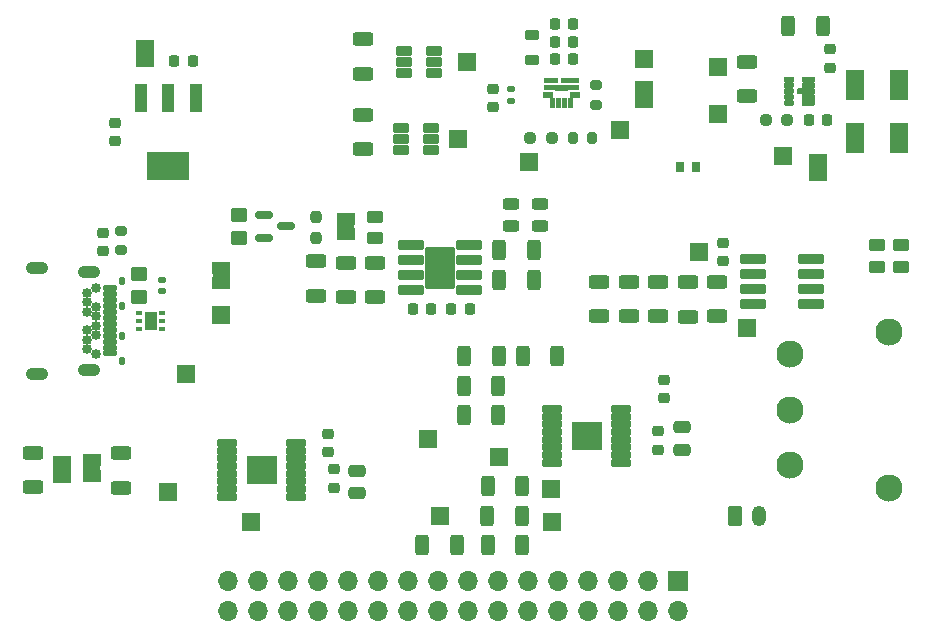
<source format=gbr>
%TF.GenerationSoftware,KiCad,Pcbnew,9.0.0*%
%TF.CreationDate,2025-03-28T01:21:01+02:00*%
%TF.ProjectId,MMPOwerBoardKiCAD9Version,4d4d504f-7765-4724-926f-6172644b6943,rev?*%
%TF.SameCoordinates,Original*%
%TF.FileFunction,Soldermask,Top*%
%TF.FilePolarity,Negative*%
%FSLAX46Y46*%
G04 Gerber Fmt 4.6, Leading zero omitted, Abs format (unit mm)*
G04 Created by KiCad (PCBNEW 9.0.0) date 2025-03-28 01:21:01*
%MOMM*%
%LPD*%
G01*
G04 APERTURE LIST*
G04 Aperture macros list*
%AMRoundRect*
0 Rectangle with rounded corners*
0 $1 Rounding radius*
0 $2 $3 $4 $5 $6 $7 $8 $9 X,Y pos of 4 corners*
0 Add a 4 corners polygon primitive as box body*
4,1,4,$2,$3,$4,$5,$6,$7,$8,$9,$2,$3,0*
0 Add four circle primitives for the rounded corners*
1,1,$1+$1,$2,$3*
1,1,$1+$1,$4,$5*
1,1,$1+$1,$6,$7*
1,1,$1+$1,$8,$9*
0 Add four rect primitives between the rounded corners*
20,1,$1+$1,$2,$3,$4,$5,0*
20,1,$1+$1,$4,$5,$6,$7,0*
20,1,$1+$1,$6,$7,$8,$9,0*
20,1,$1+$1,$8,$9,$2,$3,0*%
G04 Aperture macros list end*
%ADD10C,0.010000*%
%ADD11R,1.000000X1.600000*%
%ADD12R,0.500000X0.350000*%
%ADD13RoundRect,0.200000X0.275000X-0.200000X0.275000X0.200000X-0.275000X0.200000X-0.275000X-0.200000X0*%
%ADD14RoundRect,0.250000X0.625000X-0.312500X0.625000X0.312500X-0.625000X0.312500X-0.625000X-0.312500X0*%
%ADD15R,1.500000X1.500000*%
%ADD16RoundRect,0.243750X0.456250X-0.243750X0.456250X0.243750X-0.456250X0.243750X-0.456250X-0.243750X0*%
%ADD17R,1.500000X1.000000*%
%ADD18RoundRect,0.250000X-0.450000X0.262500X-0.450000X-0.262500X0.450000X-0.262500X0.450000X0.262500X0*%
%ADD19RoundRect,0.102000X-0.450000X0.150000X-0.450000X-0.150000X0.450000X-0.150000X0.450000X0.150000X0*%
%ADD20C,0.844000*%
%ADD21RoundRect,0.102000X-0.150000X0.250000X-0.150000X-0.250000X0.150000X-0.250000X0.150000X0.250000X0*%
%ADD22O,1.904000X1.054000*%
%ADD23RoundRect,0.225000X0.250000X-0.225000X0.250000X0.225000X-0.250000X0.225000X-0.250000X-0.225000X0*%
%ADD24RoundRect,0.237500X0.237500X-0.250000X0.237500X0.250000X-0.237500X0.250000X-0.237500X-0.250000X0*%
%ADD25RoundRect,0.237500X0.250000X0.237500X-0.250000X0.237500X-0.250000X-0.237500X0.250000X-0.237500X0*%
%ADD26RoundRect,0.150000X-0.587500X-0.150000X0.587500X-0.150000X0.587500X0.150000X-0.587500X0.150000X0*%
%ADD27RoundRect,0.225000X0.225000X0.250000X-0.225000X0.250000X-0.225000X-0.250000X0.225000X-0.250000X0*%
%ADD28RoundRect,0.250000X0.312500X0.625000X-0.312500X0.625000X-0.312500X-0.625000X0.312500X-0.625000X0*%
%ADD29RoundRect,0.200000X-0.200000X-0.275000X0.200000X-0.275000X0.200000X0.275000X-0.200000X0.275000X0*%
%ADD30R,1.500000X2.500000*%
%ADD31RoundRect,0.250000X-0.312500X-0.625000X0.312500X-0.625000X0.312500X0.625000X-0.312500X0.625000X0*%
%ADD32RoundRect,0.250000X0.475000X-0.250000X0.475000X0.250000X-0.475000X0.250000X-0.475000X-0.250000X0*%
%ADD33RoundRect,0.140000X0.170000X-0.140000X0.170000X0.140000X-0.170000X0.140000X-0.170000X-0.140000X0*%
%ADD34RoundRect,0.098000X-0.609000X-0.294000X0.609000X-0.294000X0.609000X0.294000X-0.609000X0.294000X0*%
%ADD35C,2.300000*%
%ADD36RoundRect,0.100500X0.986500X0.301500X-0.986500X0.301500X-0.986500X-0.301500X0.986500X-0.301500X0*%
%ADD37RoundRect,0.250000X-0.625000X0.312500X-0.625000X-0.312500X0.625000X-0.312500X0.625000X0.312500X0*%
%ADD38RoundRect,0.250000X-0.350000X-0.625000X0.350000X-0.625000X0.350000X0.625000X-0.350000X0.625000X0*%
%ADD39O,1.200000X1.750000*%
%ADD40R,1.700000X1.700000*%
%ADD41O,1.700000X1.700000*%
%ADD42R,0.800000X0.864000*%
%ADD43RoundRect,0.225000X-0.250000X0.225000X-0.250000X-0.225000X0.250000X-0.225000X0.250000X0.225000X0*%
%ADD44RoundRect,0.225000X-0.225000X-0.250000X0.225000X-0.250000X0.225000X0.250000X-0.225000X0.250000X0*%
%ADD45RoundRect,0.218750X-0.381250X0.218750X-0.381250X-0.218750X0.381250X-0.218750X0.381250X0.218750X0*%
%ADD46R,1.050000X2.465000*%
%ADD47R,3.540000X2.465000*%
%ADD48RoundRect,0.102000X-0.985000X-0.300000X0.985000X-0.300000X0.985000X0.300000X-0.985000X0.300000X0*%
%ADD49RoundRect,0.102000X-1.206500X-1.651000X1.206500X-1.651000X1.206500X1.651000X-1.206500X1.651000X0*%
%ADD50RoundRect,0.250000X0.450000X-0.350000X0.450000X0.350000X-0.450000X0.350000X-0.450000X-0.350000X0*%
%ADD51RoundRect,0.081750X-0.770250X-0.245250X0.770250X-0.245250X0.770250X0.245250X-0.770250X0.245250X0*%
%ADD52RoundRect,0.237500X-0.250000X-0.237500X0.250000X-0.237500X0.250000X0.237500X-0.250000X0.237500X0*%
G04 APERTURE END LIST*
%TO.C,JP6*%
G36*
X171250000Y-88950000D02*
G01*
X169750000Y-88950000D01*
X169750000Y-89250000D01*
X171250000Y-89250000D01*
X171250000Y-88950000D01*
G37*
%TO.C,JP1*%
G36*
X184750000Y-72500000D02*
G01*
X183250000Y-72500000D01*
X183250000Y-72800000D01*
X184750000Y-72800000D01*
X184750000Y-72500000D01*
G37*
%TO.C,JP3*%
G36*
X219000000Y-57500000D02*
G01*
X220500000Y-57500000D01*
X220500000Y-57200000D01*
X219000000Y-57200000D01*
X219000000Y-57500000D01*
G37*
%TO.C,JP4*%
G36*
X176750000Y-54000000D02*
G01*
X178250000Y-54000000D01*
X178250000Y-53700000D01*
X176750000Y-53700000D01*
X176750000Y-54000000D01*
G37*
%TO.C,JP5*%
G36*
X173750000Y-88800000D02*
G01*
X172250000Y-88800000D01*
X172250000Y-89100000D01*
X173750000Y-89100000D01*
X173750000Y-88800000D01*
G37*
D10*
%TO.C,U4*%
X232263000Y-55806000D02*
X232269000Y-55806000D01*
X232275000Y-55808000D01*
X232281000Y-55809000D01*
X232287000Y-55811000D01*
X232293000Y-55813000D01*
X232299000Y-55815000D01*
X232304000Y-55818000D01*
X232310000Y-55821000D01*
X232315000Y-55824000D01*
X232321000Y-55828000D01*
X232326000Y-55832000D01*
X232330000Y-55836000D01*
X232335000Y-55840000D01*
X232339000Y-55845000D01*
X232343000Y-55849000D01*
X232347000Y-55854000D01*
X232351000Y-55860000D01*
X232354000Y-55865000D01*
X232357000Y-55871000D01*
X232360000Y-55876000D01*
X232362000Y-55882000D01*
X232364000Y-55888000D01*
X232366000Y-55894000D01*
X232367000Y-55900000D01*
X232369000Y-55906000D01*
X232369000Y-55912000D01*
X232370000Y-55919000D01*
X232370000Y-55925000D01*
X232370000Y-56075000D01*
X232370000Y-56081000D01*
X232369000Y-56088000D01*
X232369000Y-56094000D01*
X232367000Y-56100000D01*
X232366000Y-56106000D01*
X232364000Y-56112000D01*
X232362000Y-56118000D01*
X232360000Y-56124000D01*
X232357000Y-56129000D01*
X232354000Y-56135000D01*
X232351000Y-56140000D01*
X232347000Y-56146000D01*
X232343000Y-56151000D01*
X232339000Y-56155000D01*
X232335000Y-56160000D01*
X232330000Y-56164000D01*
X232326000Y-56168000D01*
X232321000Y-56172000D01*
X232315000Y-56176000D01*
X232310000Y-56179000D01*
X232304000Y-56182000D01*
X232299000Y-56185000D01*
X232293000Y-56187000D01*
X232287000Y-56189000D01*
X232281000Y-56191000D01*
X232275000Y-56192000D01*
X232269000Y-56194000D01*
X232263000Y-56194000D01*
X232256000Y-56195000D01*
X232250000Y-56195000D01*
X231750000Y-56195000D01*
X231744000Y-56195000D01*
X231737000Y-56194000D01*
X231731000Y-56194000D01*
X231725000Y-56192000D01*
X231719000Y-56191000D01*
X231713000Y-56189000D01*
X231707000Y-56187000D01*
X231701000Y-56185000D01*
X231696000Y-56182000D01*
X231690000Y-56179000D01*
X231685000Y-56176000D01*
X231679000Y-56172000D01*
X231674000Y-56168000D01*
X231670000Y-56164000D01*
X231665000Y-56160000D01*
X231661000Y-56155000D01*
X231657000Y-56151000D01*
X231653000Y-56146000D01*
X231649000Y-56140000D01*
X231646000Y-56135000D01*
X231643000Y-56129000D01*
X231640000Y-56124000D01*
X231638000Y-56118000D01*
X231636000Y-56112000D01*
X231634000Y-56106000D01*
X231633000Y-56100000D01*
X231631000Y-56094000D01*
X231631000Y-56088000D01*
X231630000Y-56081000D01*
X231630000Y-56075000D01*
X231630000Y-55925000D01*
X231630000Y-55919000D01*
X231631000Y-55912000D01*
X231631000Y-55906000D01*
X231633000Y-55900000D01*
X231634000Y-55894000D01*
X231636000Y-55888000D01*
X231638000Y-55882000D01*
X231640000Y-55876000D01*
X231643000Y-55871000D01*
X231646000Y-55865000D01*
X231649000Y-55860000D01*
X231653000Y-55854000D01*
X231657000Y-55849000D01*
X231661000Y-55845000D01*
X231665000Y-55840000D01*
X231670000Y-55836000D01*
X231674000Y-55832000D01*
X231679000Y-55828000D01*
X231685000Y-55824000D01*
X231690000Y-55821000D01*
X231696000Y-55818000D01*
X231701000Y-55815000D01*
X231707000Y-55813000D01*
X231713000Y-55811000D01*
X231719000Y-55809000D01*
X231725000Y-55808000D01*
X231731000Y-55806000D01*
X231737000Y-55806000D01*
X231744000Y-55805000D01*
X231750000Y-55805000D01*
X232250000Y-55805000D01*
X232256000Y-55805000D01*
X232263000Y-55806000D01*
G36*
X232263000Y-55806000D02*
G01*
X232269000Y-55806000D01*
X232275000Y-55808000D01*
X232281000Y-55809000D01*
X232287000Y-55811000D01*
X232293000Y-55813000D01*
X232299000Y-55815000D01*
X232304000Y-55818000D01*
X232310000Y-55821000D01*
X232315000Y-55824000D01*
X232321000Y-55828000D01*
X232326000Y-55832000D01*
X232330000Y-55836000D01*
X232335000Y-55840000D01*
X232339000Y-55845000D01*
X232343000Y-55849000D01*
X232347000Y-55854000D01*
X232351000Y-55860000D01*
X232354000Y-55865000D01*
X232357000Y-55871000D01*
X232360000Y-55876000D01*
X232362000Y-55882000D01*
X232364000Y-55888000D01*
X232366000Y-55894000D01*
X232367000Y-55900000D01*
X232369000Y-55906000D01*
X232369000Y-55912000D01*
X232370000Y-55919000D01*
X232370000Y-55925000D01*
X232370000Y-56075000D01*
X232370000Y-56081000D01*
X232369000Y-56088000D01*
X232369000Y-56094000D01*
X232367000Y-56100000D01*
X232366000Y-56106000D01*
X232364000Y-56112000D01*
X232362000Y-56118000D01*
X232360000Y-56124000D01*
X232357000Y-56129000D01*
X232354000Y-56135000D01*
X232351000Y-56140000D01*
X232347000Y-56146000D01*
X232343000Y-56151000D01*
X232339000Y-56155000D01*
X232335000Y-56160000D01*
X232330000Y-56164000D01*
X232326000Y-56168000D01*
X232321000Y-56172000D01*
X232315000Y-56176000D01*
X232310000Y-56179000D01*
X232304000Y-56182000D01*
X232299000Y-56185000D01*
X232293000Y-56187000D01*
X232287000Y-56189000D01*
X232281000Y-56191000D01*
X232275000Y-56192000D01*
X232269000Y-56194000D01*
X232263000Y-56194000D01*
X232256000Y-56195000D01*
X232250000Y-56195000D01*
X231750000Y-56195000D01*
X231744000Y-56195000D01*
X231737000Y-56194000D01*
X231731000Y-56194000D01*
X231725000Y-56192000D01*
X231719000Y-56191000D01*
X231713000Y-56189000D01*
X231707000Y-56187000D01*
X231701000Y-56185000D01*
X231696000Y-56182000D01*
X231690000Y-56179000D01*
X231685000Y-56176000D01*
X231679000Y-56172000D01*
X231674000Y-56168000D01*
X231670000Y-56164000D01*
X231665000Y-56160000D01*
X231661000Y-56155000D01*
X231657000Y-56151000D01*
X231653000Y-56146000D01*
X231649000Y-56140000D01*
X231646000Y-56135000D01*
X231643000Y-56129000D01*
X231640000Y-56124000D01*
X231638000Y-56118000D01*
X231636000Y-56112000D01*
X231634000Y-56106000D01*
X231633000Y-56100000D01*
X231631000Y-56094000D01*
X231631000Y-56088000D01*
X231630000Y-56081000D01*
X231630000Y-56075000D01*
X231630000Y-55925000D01*
X231630000Y-55919000D01*
X231631000Y-55912000D01*
X231631000Y-55906000D01*
X231633000Y-55900000D01*
X231634000Y-55894000D01*
X231636000Y-55888000D01*
X231638000Y-55882000D01*
X231640000Y-55876000D01*
X231643000Y-55871000D01*
X231646000Y-55865000D01*
X231649000Y-55860000D01*
X231653000Y-55854000D01*
X231657000Y-55849000D01*
X231661000Y-55845000D01*
X231665000Y-55840000D01*
X231670000Y-55836000D01*
X231674000Y-55832000D01*
X231679000Y-55828000D01*
X231685000Y-55824000D01*
X231690000Y-55821000D01*
X231696000Y-55818000D01*
X231701000Y-55815000D01*
X231707000Y-55813000D01*
X231713000Y-55811000D01*
X231719000Y-55809000D01*
X231725000Y-55808000D01*
X231731000Y-55806000D01*
X231737000Y-55806000D01*
X231744000Y-55805000D01*
X231750000Y-55805000D01*
X232250000Y-55805000D01*
X232256000Y-55805000D01*
X232263000Y-55806000D01*
G37*
X232263000Y-56306000D02*
X232269000Y-56306000D01*
X232275000Y-56308000D01*
X232281000Y-56309000D01*
X232287000Y-56311000D01*
X232293000Y-56313000D01*
X232299000Y-56315000D01*
X232304000Y-56318000D01*
X232310000Y-56321000D01*
X232315000Y-56324000D01*
X232321000Y-56328000D01*
X232326000Y-56332000D01*
X232330000Y-56336000D01*
X232335000Y-56340000D01*
X232339000Y-56345000D01*
X232343000Y-56349000D01*
X232347000Y-56354000D01*
X232351000Y-56360000D01*
X232354000Y-56365000D01*
X232357000Y-56371000D01*
X232360000Y-56376000D01*
X232362000Y-56382000D01*
X232364000Y-56388000D01*
X232366000Y-56394000D01*
X232367000Y-56400000D01*
X232369000Y-56406000D01*
X232369000Y-56412000D01*
X232370000Y-56419000D01*
X232370000Y-56425000D01*
X232370000Y-56575000D01*
X232370000Y-56581000D01*
X232369000Y-56588000D01*
X232369000Y-56594000D01*
X232367000Y-56600000D01*
X232366000Y-56606000D01*
X232364000Y-56612000D01*
X232362000Y-56618000D01*
X232360000Y-56624000D01*
X232357000Y-56629000D01*
X232354000Y-56635000D01*
X232351000Y-56640000D01*
X232347000Y-56646000D01*
X232343000Y-56651000D01*
X232339000Y-56655000D01*
X232335000Y-56660000D01*
X232330000Y-56664000D01*
X232326000Y-56668000D01*
X232321000Y-56672000D01*
X232315000Y-56676000D01*
X232310000Y-56679000D01*
X232304000Y-56682000D01*
X232299000Y-56685000D01*
X232293000Y-56687000D01*
X232287000Y-56689000D01*
X232281000Y-56691000D01*
X232275000Y-56692000D01*
X232269000Y-56694000D01*
X232263000Y-56694000D01*
X232256000Y-56695000D01*
X232250000Y-56695000D01*
X231750000Y-56695000D01*
X231744000Y-56695000D01*
X231737000Y-56694000D01*
X231731000Y-56694000D01*
X231725000Y-56692000D01*
X231719000Y-56691000D01*
X231713000Y-56689000D01*
X231707000Y-56687000D01*
X231701000Y-56685000D01*
X231696000Y-56682000D01*
X231690000Y-56679000D01*
X231685000Y-56676000D01*
X231679000Y-56672000D01*
X231674000Y-56668000D01*
X231670000Y-56664000D01*
X231665000Y-56660000D01*
X231661000Y-56655000D01*
X231657000Y-56651000D01*
X231653000Y-56646000D01*
X231649000Y-56640000D01*
X231646000Y-56635000D01*
X231643000Y-56629000D01*
X231640000Y-56624000D01*
X231638000Y-56618000D01*
X231636000Y-56612000D01*
X231634000Y-56606000D01*
X231633000Y-56600000D01*
X231631000Y-56594000D01*
X231631000Y-56588000D01*
X231630000Y-56581000D01*
X231630000Y-56575000D01*
X231630000Y-56425000D01*
X231630000Y-56419000D01*
X231631000Y-56412000D01*
X231631000Y-56406000D01*
X231633000Y-56400000D01*
X231634000Y-56394000D01*
X231636000Y-56388000D01*
X231638000Y-56382000D01*
X231640000Y-56376000D01*
X231643000Y-56371000D01*
X231646000Y-56365000D01*
X231649000Y-56360000D01*
X231653000Y-56354000D01*
X231657000Y-56349000D01*
X231661000Y-56345000D01*
X231665000Y-56340000D01*
X231670000Y-56336000D01*
X231674000Y-56332000D01*
X231679000Y-56328000D01*
X231685000Y-56324000D01*
X231690000Y-56321000D01*
X231696000Y-56318000D01*
X231701000Y-56315000D01*
X231707000Y-56313000D01*
X231713000Y-56311000D01*
X231719000Y-56309000D01*
X231725000Y-56308000D01*
X231731000Y-56306000D01*
X231737000Y-56306000D01*
X231744000Y-56305000D01*
X231750000Y-56305000D01*
X232250000Y-56305000D01*
X232256000Y-56305000D01*
X232263000Y-56306000D01*
G36*
X232263000Y-56306000D02*
G01*
X232269000Y-56306000D01*
X232275000Y-56308000D01*
X232281000Y-56309000D01*
X232287000Y-56311000D01*
X232293000Y-56313000D01*
X232299000Y-56315000D01*
X232304000Y-56318000D01*
X232310000Y-56321000D01*
X232315000Y-56324000D01*
X232321000Y-56328000D01*
X232326000Y-56332000D01*
X232330000Y-56336000D01*
X232335000Y-56340000D01*
X232339000Y-56345000D01*
X232343000Y-56349000D01*
X232347000Y-56354000D01*
X232351000Y-56360000D01*
X232354000Y-56365000D01*
X232357000Y-56371000D01*
X232360000Y-56376000D01*
X232362000Y-56382000D01*
X232364000Y-56388000D01*
X232366000Y-56394000D01*
X232367000Y-56400000D01*
X232369000Y-56406000D01*
X232369000Y-56412000D01*
X232370000Y-56419000D01*
X232370000Y-56425000D01*
X232370000Y-56575000D01*
X232370000Y-56581000D01*
X232369000Y-56588000D01*
X232369000Y-56594000D01*
X232367000Y-56600000D01*
X232366000Y-56606000D01*
X232364000Y-56612000D01*
X232362000Y-56618000D01*
X232360000Y-56624000D01*
X232357000Y-56629000D01*
X232354000Y-56635000D01*
X232351000Y-56640000D01*
X232347000Y-56646000D01*
X232343000Y-56651000D01*
X232339000Y-56655000D01*
X232335000Y-56660000D01*
X232330000Y-56664000D01*
X232326000Y-56668000D01*
X232321000Y-56672000D01*
X232315000Y-56676000D01*
X232310000Y-56679000D01*
X232304000Y-56682000D01*
X232299000Y-56685000D01*
X232293000Y-56687000D01*
X232287000Y-56689000D01*
X232281000Y-56691000D01*
X232275000Y-56692000D01*
X232269000Y-56694000D01*
X232263000Y-56694000D01*
X232256000Y-56695000D01*
X232250000Y-56695000D01*
X231750000Y-56695000D01*
X231744000Y-56695000D01*
X231737000Y-56694000D01*
X231731000Y-56694000D01*
X231725000Y-56692000D01*
X231719000Y-56691000D01*
X231713000Y-56689000D01*
X231707000Y-56687000D01*
X231701000Y-56685000D01*
X231696000Y-56682000D01*
X231690000Y-56679000D01*
X231685000Y-56676000D01*
X231679000Y-56672000D01*
X231674000Y-56668000D01*
X231670000Y-56664000D01*
X231665000Y-56660000D01*
X231661000Y-56655000D01*
X231657000Y-56651000D01*
X231653000Y-56646000D01*
X231649000Y-56640000D01*
X231646000Y-56635000D01*
X231643000Y-56629000D01*
X231640000Y-56624000D01*
X231638000Y-56618000D01*
X231636000Y-56612000D01*
X231634000Y-56606000D01*
X231633000Y-56600000D01*
X231631000Y-56594000D01*
X231631000Y-56588000D01*
X231630000Y-56581000D01*
X231630000Y-56575000D01*
X231630000Y-56425000D01*
X231630000Y-56419000D01*
X231631000Y-56412000D01*
X231631000Y-56406000D01*
X231633000Y-56400000D01*
X231634000Y-56394000D01*
X231636000Y-56388000D01*
X231638000Y-56382000D01*
X231640000Y-56376000D01*
X231643000Y-56371000D01*
X231646000Y-56365000D01*
X231649000Y-56360000D01*
X231653000Y-56354000D01*
X231657000Y-56349000D01*
X231661000Y-56345000D01*
X231665000Y-56340000D01*
X231670000Y-56336000D01*
X231674000Y-56332000D01*
X231679000Y-56328000D01*
X231685000Y-56324000D01*
X231690000Y-56321000D01*
X231696000Y-56318000D01*
X231701000Y-56315000D01*
X231707000Y-56313000D01*
X231713000Y-56311000D01*
X231719000Y-56309000D01*
X231725000Y-56308000D01*
X231731000Y-56306000D01*
X231737000Y-56306000D01*
X231744000Y-56305000D01*
X231750000Y-56305000D01*
X232250000Y-56305000D01*
X232256000Y-56305000D01*
X232263000Y-56306000D01*
G37*
X232263000Y-56806000D02*
X232269000Y-56806000D01*
X232275000Y-56808000D01*
X232281000Y-56809000D01*
X232287000Y-56811000D01*
X232293000Y-56813000D01*
X232299000Y-56815000D01*
X232304000Y-56818000D01*
X232310000Y-56821000D01*
X232315000Y-56824000D01*
X232321000Y-56828000D01*
X232326000Y-56832000D01*
X232330000Y-56836000D01*
X232335000Y-56840000D01*
X232339000Y-56845000D01*
X232343000Y-56849000D01*
X232347000Y-56854000D01*
X232351000Y-56860000D01*
X232354000Y-56865000D01*
X232357000Y-56871000D01*
X232360000Y-56876000D01*
X232362000Y-56882000D01*
X232364000Y-56888000D01*
X232366000Y-56894000D01*
X232367000Y-56900000D01*
X232369000Y-56906000D01*
X232369000Y-56912000D01*
X232370000Y-56919000D01*
X232370000Y-56925000D01*
X232370000Y-57075000D01*
X232370000Y-57081000D01*
X232369000Y-57088000D01*
X232369000Y-57094000D01*
X232367000Y-57100000D01*
X232366000Y-57106000D01*
X232364000Y-57112000D01*
X232362000Y-57118000D01*
X232360000Y-57124000D01*
X232357000Y-57129000D01*
X232354000Y-57135000D01*
X232351000Y-57140000D01*
X232347000Y-57146000D01*
X232343000Y-57151000D01*
X232339000Y-57155000D01*
X232335000Y-57160000D01*
X232330000Y-57164000D01*
X232326000Y-57168000D01*
X232321000Y-57172000D01*
X232315000Y-57176000D01*
X232310000Y-57179000D01*
X232304000Y-57182000D01*
X232299000Y-57185000D01*
X232293000Y-57187000D01*
X232287000Y-57189000D01*
X232281000Y-57191000D01*
X232275000Y-57192000D01*
X232269000Y-57194000D01*
X232263000Y-57194000D01*
X232256000Y-57195000D01*
X232250000Y-57195000D01*
X231750000Y-57195000D01*
X231744000Y-57195000D01*
X231737000Y-57194000D01*
X231731000Y-57194000D01*
X231725000Y-57192000D01*
X231719000Y-57191000D01*
X231713000Y-57189000D01*
X231707000Y-57187000D01*
X231701000Y-57185000D01*
X231696000Y-57182000D01*
X231690000Y-57179000D01*
X231685000Y-57176000D01*
X231679000Y-57172000D01*
X231674000Y-57168000D01*
X231670000Y-57164000D01*
X231665000Y-57160000D01*
X231661000Y-57155000D01*
X231657000Y-57151000D01*
X231653000Y-57146000D01*
X231649000Y-57140000D01*
X231646000Y-57135000D01*
X231643000Y-57129000D01*
X231640000Y-57124000D01*
X231638000Y-57118000D01*
X231636000Y-57112000D01*
X231634000Y-57106000D01*
X231633000Y-57100000D01*
X231631000Y-57094000D01*
X231631000Y-57088000D01*
X231630000Y-57081000D01*
X231630000Y-57075000D01*
X231630000Y-56925000D01*
X231630000Y-56919000D01*
X231631000Y-56912000D01*
X231631000Y-56906000D01*
X231633000Y-56900000D01*
X231634000Y-56894000D01*
X231636000Y-56888000D01*
X231638000Y-56882000D01*
X231640000Y-56876000D01*
X231643000Y-56871000D01*
X231646000Y-56865000D01*
X231649000Y-56860000D01*
X231653000Y-56854000D01*
X231657000Y-56849000D01*
X231661000Y-56845000D01*
X231665000Y-56840000D01*
X231670000Y-56836000D01*
X231674000Y-56832000D01*
X231679000Y-56828000D01*
X231685000Y-56824000D01*
X231690000Y-56821000D01*
X231696000Y-56818000D01*
X231701000Y-56815000D01*
X231707000Y-56813000D01*
X231713000Y-56811000D01*
X231719000Y-56809000D01*
X231725000Y-56808000D01*
X231731000Y-56806000D01*
X231737000Y-56806000D01*
X231744000Y-56805000D01*
X231750000Y-56805000D01*
X232250000Y-56805000D01*
X232256000Y-56805000D01*
X232263000Y-56806000D01*
G36*
X232263000Y-56806000D02*
G01*
X232269000Y-56806000D01*
X232275000Y-56808000D01*
X232281000Y-56809000D01*
X232287000Y-56811000D01*
X232293000Y-56813000D01*
X232299000Y-56815000D01*
X232304000Y-56818000D01*
X232310000Y-56821000D01*
X232315000Y-56824000D01*
X232321000Y-56828000D01*
X232326000Y-56832000D01*
X232330000Y-56836000D01*
X232335000Y-56840000D01*
X232339000Y-56845000D01*
X232343000Y-56849000D01*
X232347000Y-56854000D01*
X232351000Y-56860000D01*
X232354000Y-56865000D01*
X232357000Y-56871000D01*
X232360000Y-56876000D01*
X232362000Y-56882000D01*
X232364000Y-56888000D01*
X232366000Y-56894000D01*
X232367000Y-56900000D01*
X232369000Y-56906000D01*
X232369000Y-56912000D01*
X232370000Y-56919000D01*
X232370000Y-56925000D01*
X232370000Y-57075000D01*
X232370000Y-57081000D01*
X232369000Y-57088000D01*
X232369000Y-57094000D01*
X232367000Y-57100000D01*
X232366000Y-57106000D01*
X232364000Y-57112000D01*
X232362000Y-57118000D01*
X232360000Y-57124000D01*
X232357000Y-57129000D01*
X232354000Y-57135000D01*
X232351000Y-57140000D01*
X232347000Y-57146000D01*
X232343000Y-57151000D01*
X232339000Y-57155000D01*
X232335000Y-57160000D01*
X232330000Y-57164000D01*
X232326000Y-57168000D01*
X232321000Y-57172000D01*
X232315000Y-57176000D01*
X232310000Y-57179000D01*
X232304000Y-57182000D01*
X232299000Y-57185000D01*
X232293000Y-57187000D01*
X232287000Y-57189000D01*
X232281000Y-57191000D01*
X232275000Y-57192000D01*
X232269000Y-57194000D01*
X232263000Y-57194000D01*
X232256000Y-57195000D01*
X232250000Y-57195000D01*
X231750000Y-57195000D01*
X231744000Y-57195000D01*
X231737000Y-57194000D01*
X231731000Y-57194000D01*
X231725000Y-57192000D01*
X231719000Y-57191000D01*
X231713000Y-57189000D01*
X231707000Y-57187000D01*
X231701000Y-57185000D01*
X231696000Y-57182000D01*
X231690000Y-57179000D01*
X231685000Y-57176000D01*
X231679000Y-57172000D01*
X231674000Y-57168000D01*
X231670000Y-57164000D01*
X231665000Y-57160000D01*
X231661000Y-57155000D01*
X231657000Y-57151000D01*
X231653000Y-57146000D01*
X231649000Y-57140000D01*
X231646000Y-57135000D01*
X231643000Y-57129000D01*
X231640000Y-57124000D01*
X231638000Y-57118000D01*
X231636000Y-57112000D01*
X231634000Y-57106000D01*
X231633000Y-57100000D01*
X231631000Y-57094000D01*
X231631000Y-57088000D01*
X231630000Y-57081000D01*
X231630000Y-57075000D01*
X231630000Y-56925000D01*
X231630000Y-56919000D01*
X231631000Y-56912000D01*
X231631000Y-56906000D01*
X231633000Y-56900000D01*
X231634000Y-56894000D01*
X231636000Y-56888000D01*
X231638000Y-56882000D01*
X231640000Y-56876000D01*
X231643000Y-56871000D01*
X231646000Y-56865000D01*
X231649000Y-56860000D01*
X231653000Y-56854000D01*
X231657000Y-56849000D01*
X231661000Y-56845000D01*
X231665000Y-56840000D01*
X231670000Y-56836000D01*
X231674000Y-56832000D01*
X231679000Y-56828000D01*
X231685000Y-56824000D01*
X231690000Y-56821000D01*
X231696000Y-56818000D01*
X231701000Y-56815000D01*
X231707000Y-56813000D01*
X231713000Y-56811000D01*
X231719000Y-56809000D01*
X231725000Y-56808000D01*
X231731000Y-56806000D01*
X231737000Y-56806000D01*
X231744000Y-56805000D01*
X231750000Y-56805000D01*
X232250000Y-56805000D01*
X232256000Y-56805000D01*
X232263000Y-56806000D01*
G37*
X232263000Y-57306000D02*
X232269000Y-57306000D01*
X232275000Y-57308000D01*
X232281000Y-57309000D01*
X232287000Y-57311000D01*
X232293000Y-57313000D01*
X232299000Y-57315000D01*
X232304000Y-57318000D01*
X232310000Y-57321000D01*
X232315000Y-57324000D01*
X232321000Y-57328000D01*
X232326000Y-57332000D01*
X232330000Y-57336000D01*
X232335000Y-57340000D01*
X232339000Y-57345000D01*
X232343000Y-57349000D01*
X232347000Y-57354000D01*
X232351000Y-57360000D01*
X232354000Y-57365000D01*
X232357000Y-57371000D01*
X232360000Y-57376000D01*
X232362000Y-57382000D01*
X232364000Y-57388000D01*
X232366000Y-57394000D01*
X232367000Y-57400000D01*
X232369000Y-57406000D01*
X232369000Y-57412000D01*
X232370000Y-57419000D01*
X232370000Y-57425000D01*
X232370000Y-57575000D01*
X232370000Y-57581000D01*
X232369000Y-57588000D01*
X232369000Y-57594000D01*
X232367000Y-57600000D01*
X232366000Y-57606000D01*
X232364000Y-57612000D01*
X232362000Y-57618000D01*
X232360000Y-57624000D01*
X232357000Y-57629000D01*
X232354000Y-57635000D01*
X232351000Y-57640000D01*
X232347000Y-57646000D01*
X232343000Y-57651000D01*
X232339000Y-57655000D01*
X232335000Y-57660000D01*
X232330000Y-57664000D01*
X232326000Y-57668000D01*
X232321000Y-57672000D01*
X232315000Y-57676000D01*
X232310000Y-57679000D01*
X232304000Y-57682000D01*
X232299000Y-57685000D01*
X232293000Y-57687000D01*
X232287000Y-57689000D01*
X232281000Y-57691000D01*
X232275000Y-57692000D01*
X232269000Y-57694000D01*
X232263000Y-57694000D01*
X232256000Y-57695000D01*
X232250000Y-57695000D01*
X231750000Y-57695000D01*
X231744000Y-57695000D01*
X231737000Y-57694000D01*
X231731000Y-57694000D01*
X231725000Y-57692000D01*
X231719000Y-57691000D01*
X231713000Y-57689000D01*
X231707000Y-57687000D01*
X231701000Y-57685000D01*
X231696000Y-57682000D01*
X231690000Y-57679000D01*
X231685000Y-57676000D01*
X231679000Y-57672000D01*
X231674000Y-57668000D01*
X231670000Y-57664000D01*
X231665000Y-57660000D01*
X231661000Y-57655000D01*
X231657000Y-57651000D01*
X231653000Y-57646000D01*
X231649000Y-57640000D01*
X231646000Y-57635000D01*
X231643000Y-57629000D01*
X231640000Y-57624000D01*
X231638000Y-57618000D01*
X231636000Y-57612000D01*
X231634000Y-57606000D01*
X231633000Y-57600000D01*
X231631000Y-57594000D01*
X231631000Y-57588000D01*
X231630000Y-57581000D01*
X231630000Y-57575000D01*
X231630000Y-57425000D01*
X231630000Y-57419000D01*
X231631000Y-57412000D01*
X231631000Y-57406000D01*
X231633000Y-57400000D01*
X231634000Y-57394000D01*
X231636000Y-57388000D01*
X231638000Y-57382000D01*
X231640000Y-57376000D01*
X231643000Y-57371000D01*
X231646000Y-57365000D01*
X231649000Y-57360000D01*
X231653000Y-57354000D01*
X231657000Y-57349000D01*
X231661000Y-57345000D01*
X231665000Y-57340000D01*
X231670000Y-57336000D01*
X231674000Y-57332000D01*
X231679000Y-57328000D01*
X231685000Y-57324000D01*
X231690000Y-57321000D01*
X231696000Y-57318000D01*
X231701000Y-57315000D01*
X231707000Y-57313000D01*
X231713000Y-57311000D01*
X231719000Y-57309000D01*
X231725000Y-57308000D01*
X231731000Y-57306000D01*
X231737000Y-57306000D01*
X231744000Y-57305000D01*
X231750000Y-57305000D01*
X232250000Y-57305000D01*
X232256000Y-57305000D01*
X232263000Y-57306000D01*
G36*
X232263000Y-57306000D02*
G01*
X232269000Y-57306000D01*
X232275000Y-57308000D01*
X232281000Y-57309000D01*
X232287000Y-57311000D01*
X232293000Y-57313000D01*
X232299000Y-57315000D01*
X232304000Y-57318000D01*
X232310000Y-57321000D01*
X232315000Y-57324000D01*
X232321000Y-57328000D01*
X232326000Y-57332000D01*
X232330000Y-57336000D01*
X232335000Y-57340000D01*
X232339000Y-57345000D01*
X232343000Y-57349000D01*
X232347000Y-57354000D01*
X232351000Y-57360000D01*
X232354000Y-57365000D01*
X232357000Y-57371000D01*
X232360000Y-57376000D01*
X232362000Y-57382000D01*
X232364000Y-57388000D01*
X232366000Y-57394000D01*
X232367000Y-57400000D01*
X232369000Y-57406000D01*
X232369000Y-57412000D01*
X232370000Y-57419000D01*
X232370000Y-57425000D01*
X232370000Y-57575000D01*
X232370000Y-57581000D01*
X232369000Y-57588000D01*
X232369000Y-57594000D01*
X232367000Y-57600000D01*
X232366000Y-57606000D01*
X232364000Y-57612000D01*
X232362000Y-57618000D01*
X232360000Y-57624000D01*
X232357000Y-57629000D01*
X232354000Y-57635000D01*
X232351000Y-57640000D01*
X232347000Y-57646000D01*
X232343000Y-57651000D01*
X232339000Y-57655000D01*
X232335000Y-57660000D01*
X232330000Y-57664000D01*
X232326000Y-57668000D01*
X232321000Y-57672000D01*
X232315000Y-57676000D01*
X232310000Y-57679000D01*
X232304000Y-57682000D01*
X232299000Y-57685000D01*
X232293000Y-57687000D01*
X232287000Y-57689000D01*
X232281000Y-57691000D01*
X232275000Y-57692000D01*
X232269000Y-57694000D01*
X232263000Y-57694000D01*
X232256000Y-57695000D01*
X232250000Y-57695000D01*
X231750000Y-57695000D01*
X231744000Y-57695000D01*
X231737000Y-57694000D01*
X231731000Y-57694000D01*
X231725000Y-57692000D01*
X231719000Y-57691000D01*
X231713000Y-57689000D01*
X231707000Y-57687000D01*
X231701000Y-57685000D01*
X231696000Y-57682000D01*
X231690000Y-57679000D01*
X231685000Y-57676000D01*
X231679000Y-57672000D01*
X231674000Y-57668000D01*
X231670000Y-57664000D01*
X231665000Y-57660000D01*
X231661000Y-57655000D01*
X231657000Y-57651000D01*
X231653000Y-57646000D01*
X231649000Y-57640000D01*
X231646000Y-57635000D01*
X231643000Y-57629000D01*
X231640000Y-57624000D01*
X231638000Y-57618000D01*
X231636000Y-57612000D01*
X231634000Y-57606000D01*
X231633000Y-57600000D01*
X231631000Y-57594000D01*
X231631000Y-57588000D01*
X231630000Y-57581000D01*
X231630000Y-57575000D01*
X231630000Y-57425000D01*
X231630000Y-57419000D01*
X231631000Y-57412000D01*
X231631000Y-57406000D01*
X231633000Y-57400000D01*
X231634000Y-57394000D01*
X231636000Y-57388000D01*
X231638000Y-57382000D01*
X231640000Y-57376000D01*
X231643000Y-57371000D01*
X231646000Y-57365000D01*
X231649000Y-57360000D01*
X231653000Y-57354000D01*
X231657000Y-57349000D01*
X231661000Y-57345000D01*
X231665000Y-57340000D01*
X231670000Y-57336000D01*
X231674000Y-57332000D01*
X231679000Y-57328000D01*
X231685000Y-57324000D01*
X231690000Y-57321000D01*
X231696000Y-57318000D01*
X231701000Y-57315000D01*
X231707000Y-57313000D01*
X231713000Y-57311000D01*
X231719000Y-57309000D01*
X231725000Y-57308000D01*
X231731000Y-57306000D01*
X231737000Y-57306000D01*
X231744000Y-57305000D01*
X231750000Y-57305000D01*
X232250000Y-57305000D01*
X232256000Y-57305000D01*
X232263000Y-57306000D01*
G37*
X232263000Y-57806000D02*
X232269000Y-57806000D01*
X232275000Y-57808000D01*
X232281000Y-57809000D01*
X232287000Y-57811000D01*
X232293000Y-57813000D01*
X232299000Y-57815000D01*
X232304000Y-57818000D01*
X232310000Y-57821000D01*
X232315000Y-57824000D01*
X232321000Y-57828000D01*
X232326000Y-57832000D01*
X232330000Y-57836000D01*
X232335000Y-57840000D01*
X232339000Y-57845000D01*
X232343000Y-57849000D01*
X232347000Y-57854000D01*
X232351000Y-57860000D01*
X232354000Y-57865000D01*
X232357000Y-57871000D01*
X232360000Y-57876000D01*
X232362000Y-57882000D01*
X232364000Y-57888000D01*
X232366000Y-57894000D01*
X232367000Y-57900000D01*
X232369000Y-57906000D01*
X232369000Y-57912000D01*
X232370000Y-57919000D01*
X232370000Y-57925000D01*
X232370000Y-58075000D01*
X232370000Y-58081000D01*
X232369000Y-58088000D01*
X232369000Y-58094000D01*
X232367000Y-58100000D01*
X232366000Y-58106000D01*
X232364000Y-58112000D01*
X232362000Y-58118000D01*
X232360000Y-58124000D01*
X232357000Y-58129000D01*
X232354000Y-58135000D01*
X232351000Y-58140000D01*
X232347000Y-58146000D01*
X232343000Y-58151000D01*
X232339000Y-58155000D01*
X232335000Y-58160000D01*
X232330000Y-58164000D01*
X232326000Y-58168000D01*
X232321000Y-58172000D01*
X232315000Y-58176000D01*
X232310000Y-58179000D01*
X232304000Y-58182000D01*
X232299000Y-58185000D01*
X232293000Y-58187000D01*
X232287000Y-58189000D01*
X232281000Y-58191000D01*
X232275000Y-58192000D01*
X232269000Y-58194000D01*
X232263000Y-58194000D01*
X232256000Y-58195000D01*
X232250000Y-58195000D01*
X231750000Y-58195000D01*
X231744000Y-58195000D01*
X231737000Y-58194000D01*
X231731000Y-58194000D01*
X231725000Y-58192000D01*
X231719000Y-58191000D01*
X231713000Y-58189000D01*
X231707000Y-58187000D01*
X231701000Y-58185000D01*
X231696000Y-58182000D01*
X231690000Y-58179000D01*
X231685000Y-58176000D01*
X231679000Y-58172000D01*
X231674000Y-58168000D01*
X231670000Y-58164000D01*
X231665000Y-58160000D01*
X231661000Y-58155000D01*
X231657000Y-58151000D01*
X231653000Y-58146000D01*
X231649000Y-58140000D01*
X231646000Y-58135000D01*
X231643000Y-58129000D01*
X231640000Y-58124000D01*
X231638000Y-58118000D01*
X231636000Y-58112000D01*
X231634000Y-58106000D01*
X231633000Y-58100000D01*
X231631000Y-58094000D01*
X231631000Y-58088000D01*
X231630000Y-58081000D01*
X231630000Y-58075000D01*
X231630000Y-57925000D01*
X231630000Y-57919000D01*
X231631000Y-57912000D01*
X231631000Y-57906000D01*
X231633000Y-57900000D01*
X231634000Y-57894000D01*
X231636000Y-57888000D01*
X231638000Y-57882000D01*
X231640000Y-57876000D01*
X231643000Y-57871000D01*
X231646000Y-57865000D01*
X231649000Y-57860000D01*
X231653000Y-57854000D01*
X231657000Y-57849000D01*
X231661000Y-57845000D01*
X231665000Y-57840000D01*
X231670000Y-57836000D01*
X231674000Y-57832000D01*
X231679000Y-57828000D01*
X231685000Y-57824000D01*
X231690000Y-57821000D01*
X231696000Y-57818000D01*
X231701000Y-57815000D01*
X231707000Y-57813000D01*
X231713000Y-57811000D01*
X231719000Y-57809000D01*
X231725000Y-57808000D01*
X231731000Y-57806000D01*
X231737000Y-57806000D01*
X231744000Y-57805000D01*
X231750000Y-57805000D01*
X232250000Y-57805000D01*
X232256000Y-57805000D01*
X232263000Y-57806000D01*
G36*
X232263000Y-57806000D02*
G01*
X232269000Y-57806000D01*
X232275000Y-57808000D01*
X232281000Y-57809000D01*
X232287000Y-57811000D01*
X232293000Y-57813000D01*
X232299000Y-57815000D01*
X232304000Y-57818000D01*
X232310000Y-57821000D01*
X232315000Y-57824000D01*
X232321000Y-57828000D01*
X232326000Y-57832000D01*
X232330000Y-57836000D01*
X232335000Y-57840000D01*
X232339000Y-57845000D01*
X232343000Y-57849000D01*
X232347000Y-57854000D01*
X232351000Y-57860000D01*
X232354000Y-57865000D01*
X232357000Y-57871000D01*
X232360000Y-57876000D01*
X232362000Y-57882000D01*
X232364000Y-57888000D01*
X232366000Y-57894000D01*
X232367000Y-57900000D01*
X232369000Y-57906000D01*
X232369000Y-57912000D01*
X232370000Y-57919000D01*
X232370000Y-57925000D01*
X232370000Y-58075000D01*
X232370000Y-58081000D01*
X232369000Y-58088000D01*
X232369000Y-58094000D01*
X232367000Y-58100000D01*
X232366000Y-58106000D01*
X232364000Y-58112000D01*
X232362000Y-58118000D01*
X232360000Y-58124000D01*
X232357000Y-58129000D01*
X232354000Y-58135000D01*
X232351000Y-58140000D01*
X232347000Y-58146000D01*
X232343000Y-58151000D01*
X232339000Y-58155000D01*
X232335000Y-58160000D01*
X232330000Y-58164000D01*
X232326000Y-58168000D01*
X232321000Y-58172000D01*
X232315000Y-58176000D01*
X232310000Y-58179000D01*
X232304000Y-58182000D01*
X232299000Y-58185000D01*
X232293000Y-58187000D01*
X232287000Y-58189000D01*
X232281000Y-58191000D01*
X232275000Y-58192000D01*
X232269000Y-58194000D01*
X232263000Y-58194000D01*
X232256000Y-58195000D01*
X232250000Y-58195000D01*
X231750000Y-58195000D01*
X231744000Y-58195000D01*
X231737000Y-58194000D01*
X231731000Y-58194000D01*
X231725000Y-58192000D01*
X231719000Y-58191000D01*
X231713000Y-58189000D01*
X231707000Y-58187000D01*
X231701000Y-58185000D01*
X231696000Y-58182000D01*
X231690000Y-58179000D01*
X231685000Y-58176000D01*
X231679000Y-58172000D01*
X231674000Y-58168000D01*
X231670000Y-58164000D01*
X231665000Y-58160000D01*
X231661000Y-58155000D01*
X231657000Y-58151000D01*
X231653000Y-58146000D01*
X231649000Y-58140000D01*
X231646000Y-58135000D01*
X231643000Y-58129000D01*
X231640000Y-58124000D01*
X231638000Y-58118000D01*
X231636000Y-58112000D01*
X231634000Y-58106000D01*
X231633000Y-58100000D01*
X231631000Y-58094000D01*
X231631000Y-58088000D01*
X231630000Y-58081000D01*
X231630000Y-58075000D01*
X231630000Y-57925000D01*
X231630000Y-57919000D01*
X231631000Y-57912000D01*
X231631000Y-57906000D01*
X231633000Y-57900000D01*
X231634000Y-57894000D01*
X231636000Y-57888000D01*
X231638000Y-57882000D01*
X231640000Y-57876000D01*
X231643000Y-57871000D01*
X231646000Y-57865000D01*
X231649000Y-57860000D01*
X231653000Y-57854000D01*
X231657000Y-57849000D01*
X231661000Y-57845000D01*
X231665000Y-57840000D01*
X231670000Y-57836000D01*
X231674000Y-57832000D01*
X231679000Y-57828000D01*
X231685000Y-57824000D01*
X231690000Y-57821000D01*
X231696000Y-57818000D01*
X231701000Y-57815000D01*
X231707000Y-57813000D01*
X231713000Y-57811000D01*
X231719000Y-57809000D01*
X231725000Y-57808000D01*
X231731000Y-57806000D01*
X231737000Y-57806000D01*
X231744000Y-57805000D01*
X231750000Y-57805000D01*
X232250000Y-57805000D01*
X232256000Y-57805000D01*
X232263000Y-57806000D01*
G37*
X234063000Y-55806000D02*
X234069000Y-55806000D01*
X234075000Y-55808000D01*
X234081000Y-55809000D01*
X234087000Y-55811000D01*
X234093000Y-55813000D01*
X234099000Y-55815000D01*
X234104000Y-55818000D01*
X234110000Y-55821000D01*
X234115000Y-55824000D01*
X234121000Y-55828000D01*
X234126000Y-55832000D01*
X234130000Y-55836000D01*
X234135000Y-55840000D01*
X234139000Y-55845000D01*
X234143000Y-55849000D01*
X234147000Y-55854000D01*
X234151000Y-55860000D01*
X234154000Y-55865000D01*
X234157000Y-55871000D01*
X234160000Y-55876000D01*
X234162000Y-55882000D01*
X234164000Y-55888000D01*
X234166000Y-55894000D01*
X234167000Y-55900000D01*
X234169000Y-55906000D01*
X234169000Y-55912000D01*
X234170000Y-55919000D01*
X234170000Y-55925000D01*
X234170000Y-56075000D01*
X234170000Y-56081000D01*
X234169000Y-56088000D01*
X234169000Y-56094000D01*
X234167000Y-56100000D01*
X234166000Y-56106000D01*
X234164000Y-56112000D01*
X234162000Y-56118000D01*
X234160000Y-56124000D01*
X234157000Y-56129000D01*
X234154000Y-56135000D01*
X234151000Y-56140000D01*
X234147000Y-56146000D01*
X234143000Y-56151000D01*
X234139000Y-56155000D01*
X234135000Y-56160000D01*
X234130000Y-56164000D01*
X234126000Y-56168000D01*
X234121000Y-56172000D01*
X234115000Y-56176000D01*
X234110000Y-56179000D01*
X234104000Y-56182000D01*
X234099000Y-56185000D01*
X234093000Y-56187000D01*
X234087000Y-56189000D01*
X234081000Y-56191000D01*
X234075000Y-56192000D01*
X234069000Y-56194000D01*
X234063000Y-56194000D01*
X234056000Y-56195000D01*
X234050000Y-56195000D01*
X233250000Y-56195000D01*
X233244000Y-56195000D01*
X233237000Y-56194000D01*
X233231000Y-56194000D01*
X233225000Y-56192000D01*
X233219000Y-56191000D01*
X233213000Y-56189000D01*
X233207000Y-56187000D01*
X233201000Y-56185000D01*
X233196000Y-56182000D01*
X233190000Y-56179000D01*
X233185000Y-56176000D01*
X233179000Y-56172000D01*
X233174000Y-56168000D01*
X233170000Y-56164000D01*
X233165000Y-56160000D01*
X233161000Y-56155000D01*
X233157000Y-56151000D01*
X233153000Y-56146000D01*
X233149000Y-56140000D01*
X233146000Y-56135000D01*
X233143000Y-56129000D01*
X233140000Y-56124000D01*
X233138000Y-56118000D01*
X233136000Y-56112000D01*
X233134000Y-56106000D01*
X233133000Y-56100000D01*
X233131000Y-56094000D01*
X233131000Y-56088000D01*
X233130000Y-56081000D01*
X233130000Y-56075000D01*
X233130000Y-55925000D01*
X233130000Y-55919000D01*
X233131000Y-55912000D01*
X233131000Y-55906000D01*
X233133000Y-55900000D01*
X233134000Y-55894000D01*
X233136000Y-55888000D01*
X233138000Y-55882000D01*
X233140000Y-55876000D01*
X233143000Y-55871000D01*
X233146000Y-55865000D01*
X233149000Y-55860000D01*
X233153000Y-55854000D01*
X233157000Y-55849000D01*
X233161000Y-55845000D01*
X233165000Y-55840000D01*
X233170000Y-55836000D01*
X233174000Y-55832000D01*
X233179000Y-55828000D01*
X233185000Y-55824000D01*
X233190000Y-55821000D01*
X233196000Y-55818000D01*
X233201000Y-55815000D01*
X233207000Y-55813000D01*
X233213000Y-55811000D01*
X233219000Y-55809000D01*
X233225000Y-55808000D01*
X233231000Y-55806000D01*
X233237000Y-55806000D01*
X233244000Y-55805000D01*
X233250000Y-55805000D01*
X234050000Y-55805000D01*
X234056000Y-55805000D01*
X234063000Y-55806000D01*
G36*
X234063000Y-55806000D02*
G01*
X234069000Y-55806000D01*
X234075000Y-55808000D01*
X234081000Y-55809000D01*
X234087000Y-55811000D01*
X234093000Y-55813000D01*
X234099000Y-55815000D01*
X234104000Y-55818000D01*
X234110000Y-55821000D01*
X234115000Y-55824000D01*
X234121000Y-55828000D01*
X234126000Y-55832000D01*
X234130000Y-55836000D01*
X234135000Y-55840000D01*
X234139000Y-55845000D01*
X234143000Y-55849000D01*
X234147000Y-55854000D01*
X234151000Y-55860000D01*
X234154000Y-55865000D01*
X234157000Y-55871000D01*
X234160000Y-55876000D01*
X234162000Y-55882000D01*
X234164000Y-55888000D01*
X234166000Y-55894000D01*
X234167000Y-55900000D01*
X234169000Y-55906000D01*
X234169000Y-55912000D01*
X234170000Y-55919000D01*
X234170000Y-55925000D01*
X234170000Y-56075000D01*
X234170000Y-56081000D01*
X234169000Y-56088000D01*
X234169000Y-56094000D01*
X234167000Y-56100000D01*
X234166000Y-56106000D01*
X234164000Y-56112000D01*
X234162000Y-56118000D01*
X234160000Y-56124000D01*
X234157000Y-56129000D01*
X234154000Y-56135000D01*
X234151000Y-56140000D01*
X234147000Y-56146000D01*
X234143000Y-56151000D01*
X234139000Y-56155000D01*
X234135000Y-56160000D01*
X234130000Y-56164000D01*
X234126000Y-56168000D01*
X234121000Y-56172000D01*
X234115000Y-56176000D01*
X234110000Y-56179000D01*
X234104000Y-56182000D01*
X234099000Y-56185000D01*
X234093000Y-56187000D01*
X234087000Y-56189000D01*
X234081000Y-56191000D01*
X234075000Y-56192000D01*
X234069000Y-56194000D01*
X234063000Y-56194000D01*
X234056000Y-56195000D01*
X234050000Y-56195000D01*
X233250000Y-56195000D01*
X233244000Y-56195000D01*
X233237000Y-56194000D01*
X233231000Y-56194000D01*
X233225000Y-56192000D01*
X233219000Y-56191000D01*
X233213000Y-56189000D01*
X233207000Y-56187000D01*
X233201000Y-56185000D01*
X233196000Y-56182000D01*
X233190000Y-56179000D01*
X233185000Y-56176000D01*
X233179000Y-56172000D01*
X233174000Y-56168000D01*
X233170000Y-56164000D01*
X233165000Y-56160000D01*
X233161000Y-56155000D01*
X233157000Y-56151000D01*
X233153000Y-56146000D01*
X233149000Y-56140000D01*
X233146000Y-56135000D01*
X233143000Y-56129000D01*
X233140000Y-56124000D01*
X233138000Y-56118000D01*
X233136000Y-56112000D01*
X233134000Y-56106000D01*
X233133000Y-56100000D01*
X233131000Y-56094000D01*
X233131000Y-56088000D01*
X233130000Y-56081000D01*
X233130000Y-56075000D01*
X233130000Y-55925000D01*
X233130000Y-55919000D01*
X233131000Y-55912000D01*
X233131000Y-55906000D01*
X233133000Y-55900000D01*
X233134000Y-55894000D01*
X233136000Y-55888000D01*
X233138000Y-55882000D01*
X233140000Y-55876000D01*
X233143000Y-55871000D01*
X233146000Y-55865000D01*
X233149000Y-55860000D01*
X233153000Y-55854000D01*
X233157000Y-55849000D01*
X233161000Y-55845000D01*
X233165000Y-55840000D01*
X233170000Y-55836000D01*
X233174000Y-55832000D01*
X233179000Y-55828000D01*
X233185000Y-55824000D01*
X233190000Y-55821000D01*
X233196000Y-55818000D01*
X233201000Y-55815000D01*
X233207000Y-55813000D01*
X233213000Y-55811000D01*
X233219000Y-55809000D01*
X233225000Y-55808000D01*
X233231000Y-55806000D01*
X233237000Y-55806000D01*
X233244000Y-55805000D01*
X233250000Y-55805000D01*
X234050000Y-55805000D01*
X234056000Y-55805000D01*
X234063000Y-55806000D01*
G37*
X234063000Y-56306000D02*
X234069000Y-56306000D01*
X234075000Y-56308000D01*
X234081000Y-56309000D01*
X234087000Y-56311000D01*
X234093000Y-56313000D01*
X234099000Y-56315000D01*
X234104000Y-56318000D01*
X234110000Y-56321000D01*
X234115000Y-56324000D01*
X234121000Y-56328000D01*
X234126000Y-56332000D01*
X234130000Y-56336000D01*
X234135000Y-56340000D01*
X234139000Y-56345000D01*
X234143000Y-56349000D01*
X234147000Y-56354000D01*
X234151000Y-56360000D01*
X234154000Y-56365000D01*
X234157000Y-56371000D01*
X234160000Y-56376000D01*
X234162000Y-56382000D01*
X234164000Y-56388000D01*
X234166000Y-56394000D01*
X234167000Y-56400000D01*
X234169000Y-56406000D01*
X234169000Y-56412000D01*
X234170000Y-56419000D01*
X234170000Y-56425000D01*
X234170000Y-56575000D01*
X234170000Y-56581000D01*
X234169000Y-56588000D01*
X234169000Y-56594000D01*
X234167000Y-56600000D01*
X234166000Y-56606000D01*
X234164000Y-56612000D01*
X234162000Y-56618000D01*
X234160000Y-56624000D01*
X234157000Y-56629000D01*
X234154000Y-56635000D01*
X234151000Y-56640000D01*
X234147000Y-56646000D01*
X234143000Y-56651000D01*
X234139000Y-56655000D01*
X234135000Y-56660000D01*
X234130000Y-56664000D01*
X234126000Y-56668000D01*
X234121000Y-56672000D01*
X234115000Y-56676000D01*
X234110000Y-56679000D01*
X234104000Y-56682000D01*
X234099000Y-56685000D01*
X234093000Y-56687000D01*
X234087000Y-56689000D01*
X234081000Y-56691000D01*
X234075000Y-56692000D01*
X234069000Y-56694000D01*
X234063000Y-56694000D01*
X234056000Y-56695000D01*
X234050000Y-56695000D01*
X233250000Y-56695000D01*
X233244000Y-56695000D01*
X233237000Y-56694000D01*
X233231000Y-56694000D01*
X233225000Y-56692000D01*
X233219000Y-56691000D01*
X233213000Y-56689000D01*
X233207000Y-56687000D01*
X233201000Y-56685000D01*
X233196000Y-56682000D01*
X233190000Y-56679000D01*
X233185000Y-56676000D01*
X233179000Y-56672000D01*
X233174000Y-56668000D01*
X233170000Y-56664000D01*
X233165000Y-56660000D01*
X233161000Y-56655000D01*
X233157000Y-56651000D01*
X233153000Y-56646000D01*
X233149000Y-56640000D01*
X233146000Y-56635000D01*
X233143000Y-56629000D01*
X233140000Y-56624000D01*
X233138000Y-56618000D01*
X233136000Y-56612000D01*
X233134000Y-56606000D01*
X233133000Y-56600000D01*
X233131000Y-56594000D01*
X233131000Y-56588000D01*
X233130000Y-56581000D01*
X233130000Y-56575000D01*
X233130000Y-56425000D01*
X233130000Y-56419000D01*
X233131000Y-56412000D01*
X233131000Y-56406000D01*
X233133000Y-56400000D01*
X233134000Y-56394000D01*
X233136000Y-56388000D01*
X233138000Y-56382000D01*
X233140000Y-56376000D01*
X233143000Y-56371000D01*
X233146000Y-56365000D01*
X233149000Y-56360000D01*
X233153000Y-56354000D01*
X233157000Y-56349000D01*
X233161000Y-56345000D01*
X233165000Y-56340000D01*
X233170000Y-56336000D01*
X233174000Y-56332000D01*
X233179000Y-56328000D01*
X233185000Y-56324000D01*
X233190000Y-56321000D01*
X233196000Y-56318000D01*
X233201000Y-56315000D01*
X233207000Y-56313000D01*
X233213000Y-56311000D01*
X233219000Y-56309000D01*
X233225000Y-56308000D01*
X233231000Y-56306000D01*
X233237000Y-56306000D01*
X233244000Y-56305000D01*
X233250000Y-56305000D01*
X234050000Y-56305000D01*
X234056000Y-56305000D01*
X234063000Y-56306000D01*
G36*
X234063000Y-56306000D02*
G01*
X234069000Y-56306000D01*
X234075000Y-56308000D01*
X234081000Y-56309000D01*
X234087000Y-56311000D01*
X234093000Y-56313000D01*
X234099000Y-56315000D01*
X234104000Y-56318000D01*
X234110000Y-56321000D01*
X234115000Y-56324000D01*
X234121000Y-56328000D01*
X234126000Y-56332000D01*
X234130000Y-56336000D01*
X234135000Y-56340000D01*
X234139000Y-56345000D01*
X234143000Y-56349000D01*
X234147000Y-56354000D01*
X234151000Y-56360000D01*
X234154000Y-56365000D01*
X234157000Y-56371000D01*
X234160000Y-56376000D01*
X234162000Y-56382000D01*
X234164000Y-56388000D01*
X234166000Y-56394000D01*
X234167000Y-56400000D01*
X234169000Y-56406000D01*
X234169000Y-56412000D01*
X234170000Y-56419000D01*
X234170000Y-56425000D01*
X234170000Y-56575000D01*
X234170000Y-56581000D01*
X234169000Y-56588000D01*
X234169000Y-56594000D01*
X234167000Y-56600000D01*
X234166000Y-56606000D01*
X234164000Y-56612000D01*
X234162000Y-56618000D01*
X234160000Y-56624000D01*
X234157000Y-56629000D01*
X234154000Y-56635000D01*
X234151000Y-56640000D01*
X234147000Y-56646000D01*
X234143000Y-56651000D01*
X234139000Y-56655000D01*
X234135000Y-56660000D01*
X234130000Y-56664000D01*
X234126000Y-56668000D01*
X234121000Y-56672000D01*
X234115000Y-56676000D01*
X234110000Y-56679000D01*
X234104000Y-56682000D01*
X234099000Y-56685000D01*
X234093000Y-56687000D01*
X234087000Y-56689000D01*
X234081000Y-56691000D01*
X234075000Y-56692000D01*
X234069000Y-56694000D01*
X234063000Y-56694000D01*
X234056000Y-56695000D01*
X234050000Y-56695000D01*
X233250000Y-56695000D01*
X233244000Y-56695000D01*
X233237000Y-56694000D01*
X233231000Y-56694000D01*
X233225000Y-56692000D01*
X233219000Y-56691000D01*
X233213000Y-56689000D01*
X233207000Y-56687000D01*
X233201000Y-56685000D01*
X233196000Y-56682000D01*
X233190000Y-56679000D01*
X233185000Y-56676000D01*
X233179000Y-56672000D01*
X233174000Y-56668000D01*
X233170000Y-56664000D01*
X233165000Y-56660000D01*
X233161000Y-56655000D01*
X233157000Y-56651000D01*
X233153000Y-56646000D01*
X233149000Y-56640000D01*
X233146000Y-56635000D01*
X233143000Y-56629000D01*
X233140000Y-56624000D01*
X233138000Y-56618000D01*
X233136000Y-56612000D01*
X233134000Y-56606000D01*
X233133000Y-56600000D01*
X233131000Y-56594000D01*
X233131000Y-56588000D01*
X233130000Y-56581000D01*
X233130000Y-56575000D01*
X233130000Y-56425000D01*
X233130000Y-56419000D01*
X233131000Y-56412000D01*
X233131000Y-56406000D01*
X233133000Y-56400000D01*
X233134000Y-56394000D01*
X233136000Y-56388000D01*
X233138000Y-56382000D01*
X233140000Y-56376000D01*
X233143000Y-56371000D01*
X233146000Y-56365000D01*
X233149000Y-56360000D01*
X233153000Y-56354000D01*
X233157000Y-56349000D01*
X233161000Y-56345000D01*
X233165000Y-56340000D01*
X233170000Y-56336000D01*
X233174000Y-56332000D01*
X233179000Y-56328000D01*
X233185000Y-56324000D01*
X233190000Y-56321000D01*
X233196000Y-56318000D01*
X233201000Y-56315000D01*
X233207000Y-56313000D01*
X233213000Y-56311000D01*
X233219000Y-56309000D01*
X233225000Y-56308000D01*
X233231000Y-56306000D01*
X233237000Y-56306000D01*
X233244000Y-56305000D01*
X233250000Y-56305000D01*
X234050000Y-56305000D01*
X234056000Y-56305000D01*
X234063000Y-56306000D01*
G37*
X234063000Y-56806000D02*
X234069000Y-56806000D01*
X234075000Y-56808000D01*
X234081000Y-56809000D01*
X234087000Y-56811000D01*
X234093000Y-56813000D01*
X234099000Y-56815000D01*
X234104000Y-56818000D01*
X234110000Y-56821000D01*
X234115000Y-56824000D01*
X234121000Y-56828000D01*
X234126000Y-56832000D01*
X234130000Y-56836000D01*
X234135000Y-56840000D01*
X234139000Y-56845000D01*
X234143000Y-56849000D01*
X234147000Y-56854000D01*
X234151000Y-56860000D01*
X234154000Y-56865000D01*
X234157000Y-56871000D01*
X234160000Y-56876000D01*
X234162000Y-56882000D01*
X234164000Y-56888000D01*
X234166000Y-56894000D01*
X234167000Y-56900000D01*
X234169000Y-56906000D01*
X234169000Y-56912000D01*
X234170000Y-56919000D01*
X234170000Y-56925000D01*
X234170000Y-57075000D01*
X234170000Y-57081000D01*
X234169000Y-57088000D01*
X234169000Y-57094000D01*
X234167000Y-57100000D01*
X234166000Y-57106000D01*
X234164000Y-57112000D01*
X234162000Y-57118000D01*
X234160000Y-57124000D01*
X234157000Y-57129000D01*
X234154000Y-57135000D01*
X234151000Y-57140000D01*
X234147000Y-57146000D01*
X234143000Y-57151000D01*
X234139000Y-57155000D01*
X234135000Y-57160000D01*
X234130000Y-57164000D01*
X234126000Y-57168000D01*
X234121000Y-57172000D01*
X234115000Y-57176000D01*
X234110000Y-57179000D01*
X234104000Y-57182000D01*
X234099000Y-57185000D01*
X234093000Y-57187000D01*
X234087000Y-57189000D01*
X234081000Y-57191000D01*
X234075000Y-57192000D01*
X234069000Y-57194000D01*
X234063000Y-57194000D01*
X234056000Y-57195000D01*
X234050000Y-57195000D01*
X232850000Y-57195000D01*
X232844000Y-57195000D01*
X232837000Y-57194000D01*
X232831000Y-57194000D01*
X232825000Y-57192000D01*
X232819000Y-57191000D01*
X232813000Y-57189000D01*
X232807000Y-57187000D01*
X232801000Y-57185000D01*
X232796000Y-57182000D01*
X232790000Y-57179000D01*
X232785000Y-57176000D01*
X232779000Y-57172000D01*
X232774000Y-57168000D01*
X232770000Y-57164000D01*
X232765000Y-57160000D01*
X232761000Y-57155000D01*
X232757000Y-57151000D01*
X232753000Y-57146000D01*
X232749000Y-57140000D01*
X232746000Y-57135000D01*
X232743000Y-57129000D01*
X232740000Y-57124000D01*
X232738000Y-57118000D01*
X232736000Y-57112000D01*
X232734000Y-57106000D01*
X232733000Y-57100000D01*
X232731000Y-57094000D01*
X232731000Y-57088000D01*
X232730000Y-57081000D01*
X232730000Y-57075000D01*
X232730000Y-56925000D01*
X232730000Y-56919000D01*
X232731000Y-56912000D01*
X232731000Y-56906000D01*
X232733000Y-56900000D01*
X232734000Y-56894000D01*
X232736000Y-56888000D01*
X232738000Y-56882000D01*
X232740000Y-56876000D01*
X232743000Y-56871000D01*
X232746000Y-56865000D01*
X232749000Y-56860000D01*
X232753000Y-56854000D01*
X232757000Y-56849000D01*
X232761000Y-56845000D01*
X232765000Y-56840000D01*
X232770000Y-56836000D01*
X232774000Y-56832000D01*
X232779000Y-56828000D01*
X232785000Y-56824000D01*
X232790000Y-56821000D01*
X232796000Y-56818000D01*
X232801000Y-56815000D01*
X232807000Y-56813000D01*
X232813000Y-56811000D01*
X232819000Y-56809000D01*
X232825000Y-56808000D01*
X232831000Y-56806000D01*
X232837000Y-56806000D01*
X232844000Y-56805000D01*
X232850000Y-56805000D01*
X234050000Y-56805000D01*
X234056000Y-56805000D01*
X234063000Y-56806000D01*
G36*
X234063000Y-56806000D02*
G01*
X234069000Y-56806000D01*
X234075000Y-56808000D01*
X234081000Y-56809000D01*
X234087000Y-56811000D01*
X234093000Y-56813000D01*
X234099000Y-56815000D01*
X234104000Y-56818000D01*
X234110000Y-56821000D01*
X234115000Y-56824000D01*
X234121000Y-56828000D01*
X234126000Y-56832000D01*
X234130000Y-56836000D01*
X234135000Y-56840000D01*
X234139000Y-56845000D01*
X234143000Y-56849000D01*
X234147000Y-56854000D01*
X234151000Y-56860000D01*
X234154000Y-56865000D01*
X234157000Y-56871000D01*
X234160000Y-56876000D01*
X234162000Y-56882000D01*
X234164000Y-56888000D01*
X234166000Y-56894000D01*
X234167000Y-56900000D01*
X234169000Y-56906000D01*
X234169000Y-56912000D01*
X234170000Y-56919000D01*
X234170000Y-56925000D01*
X234170000Y-57075000D01*
X234170000Y-57081000D01*
X234169000Y-57088000D01*
X234169000Y-57094000D01*
X234167000Y-57100000D01*
X234166000Y-57106000D01*
X234164000Y-57112000D01*
X234162000Y-57118000D01*
X234160000Y-57124000D01*
X234157000Y-57129000D01*
X234154000Y-57135000D01*
X234151000Y-57140000D01*
X234147000Y-57146000D01*
X234143000Y-57151000D01*
X234139000Y-57155000D01*
X234135000Y-57160000D01*
X234130000Y-57164000D01*
X234126000Y-57168000D01*
X234121000Y-57172000D01*
X234115000Y-57176000D01*
X234110000Y-57179000D01*
X234104000Y-57182000D01*
X234099000Y-57185000D01*
X234093000Y-57187000D01*
X234087000Y-57189000D01*
X234081000Y-57191000D01*
X234075000Y-57192000D01*
X234069000Y-57194000D01*
X234063000Y-57194000D01*
X234056000Y-57195000D01*
X234050000Y-57195000D01*
X232850000Y-57195000D01*
X232844000Y-57195000D01*
X232837000Y-57194000D01*
X232831000Y-57194000D01*
X232825000Y-57192000D01*
X232819000Y-57191000D01*
X232813000Y-57189000D01*
X232807000Y-57187000D01*
X232801000Y-57185000D01*
X232796000Y-57182000D01*
X232790000Y-57179000D01*
X232785000Y-57176000D01*
X232779000Y-57172000D01*
X232774000Y-57168000D01*
X232770000Y-57164000D01*
X232765000Y-57160000D01*
X232761000Y-57155000D01*
X232757000Y-57151000D01*
X232753000Y-57146000D01*
X232749000Y-57140000D01*
X232746000Y-57135000D01*
X232743000Y-57129000D01*
X232740000Y-57124000D01*
X232738000Y-57118000D01*
X232736000Y-57112000D01*
X232734000Y-57106000D01*
X232733000Y-57100000D01*
X232731000Y-57094000D01*
X232731000Y-57088000D01*
X232730000Y-57081000D01*
X232730000Y-57075000D01*
X232730000Y-56925000D01*
X232730000Y-56919000D01*
X232731000Y-56912000D01*
X232731000Y-56906000D01*
X232733000Y-56900000D01*
X232734000Y-56894000D01*
X232736000Y-56888000D01*
X232738000Y-56882000D01*
X232740000Y-56876000D01*
X232743000Y-56871000D01*
X232746000Y-56865000D01*
X232749000Y-56860000D01*
X232753000Y-56854000D01*
X232757000Y-56849000D01*
X232761000Y-56845000D01*
X232765000Y-56840000D01*
X232770000Y-56836000D01*
X232774000Y-56832000D01*
X232779000Y-56828000D01*
X232785000Y-56824000D01*
X232790000Y-56821000D01*
X232796000Y-56818000D01*
X232801000Y-56815000D01*
X232807000Y-56813000D01*
X232813000Y-56811000D01*
X232819000Y-56809000D01*
X232825000Y-56808000D01*
X232831000Y-56806000D01*
X232837000Y-56806000D01*
X232844000Y-56805000D01*
X232850000Y-56805000D01*
X234050000Y-56805000D01*
X234056000Y-56805000D01*
X234063000Y-56806000D01*
G37*
X234063000Y-57306000D02*
X234069000Y-57306000D01*
X234075000Y-57308000D01*
X234081000Y-57309000D01*
X234087000Y-57311000D01*
X234093000Y-57313000D01*
X234099000Y-57315000D01*
X234104000Y-57318000D01*
X234110000Y-57321000D01*
X234115000Y-57324000D01*
X234121000Y-57328000D01*
X234126000Y-57332000D01*
X234130000Y-57336000D01*
X234135000Y-57340000D01*
X234139000Y-57345000D01*
X234143000Y-57349000D01*
X234147000Y-57354000D01*
X234151000Y-57360000D01*
X234154000Y-57365000D01*
X234157000Y-57371000D01*
X234160000Y-57376000D01*
X234162000Y-57382000D01*
X234164000Y-57388000D01*
X234166000Y-57394000D01*
X234167000Y-57400000D01*
X234169000Y-57406000D01*
X234169000Y-57412000D01*
X234170000Y-57419000D01*
X234170000Y-57425000D01*
X234170000Y-57575000D01*
X234170000Y-57581000D01*
X234169000Y-57588000D01*
X234169000Y-57594000D01*
X234167000Y-57600000D01*
X234166000Y-57606000D01*
X234164000Y-57612000D01*
X234162000Y-57618000D01*
X234160000Y-57624000D01*
X234157000Y-57629000D01*
X234154000Y-57635000D01*
X234151000Y-57640000D01*
X234147000Y-57646000D01*
X234143000Y-57651000D01*
X234139000Y-57655000D01*
X234135000Y-57660000D01*
X234130000Y-57664000D01*
X234126000Y-57668000D01*
X234121000Y-57672000D01*
X234115000Y-57676000D01*
X234110000Y-57679000D01*
X234104000Y-57682000D01*
X234099000Y-57685000D01*
X234093000Y-57687000D01*
X234087000Y-57689000D01*
X234081000Y-57691000D01*
X234075000Y-57692000D01*
X234069000Y-57694000D01*
X234063000Y-57694000D01*
X234056000Y-57695000D01*
X234050000Y-57695000D01*
X233250000Y-57695000D01*
X233244000Y-57695000D01*
X233237000Y-57694000D01*
X233231000Y-57694000D01*
X233225000Y-57692000D01*
X233219000Y-57691000D01*
X233213000Y-57689000D01*
X233207000Y-57687000D01*
X233201000Y-57685000D01*
X233196000Y-57682000D01*
X233190000Y-57679000D01*
X233185000Y-57676000D01*
X233179000Y-57672000D01*
X233174000Y-57668000D01*
X233170000Y-57664000D01*
X233165000Y-57660000D01*
X233161000Y-57655000D01*
X233157000Y-57651000D01*
X233153000Y-57646000D01*
X233149000Y-57640000D01*
X233146000Y-57635000D01*
X233143000Y-57629000D01*
X233140000Y-57624000D01*
X233138000Y-57618000D01*
X233136000Y-57612000D01*
X233134000Y-57606000D01*
X233133000Y-57600000D01*
X233131000Y-57594000D01*
X233131000Y-57588000D01*
X233130000Y-57581000D01*
X233130000Y-57575000D01*
X233130000Y-57425000D01*
X233130000Y-57419000D01*
X233131000Y-57412000D01*
X233131000Y-57406000D01*
X233133000Y-57400000D01*
X233134000Y-57394000D01*
X233136000Y-57388000D01*
X233138000Y-57382000D01*
X233140000Y-57376000D01*
X233143000Y-57371000D01*
X233146000Y-57365000D01*
X233149000Y-57360000D01*
X233153000Y-57354000D01*
X233157000Y-57349000D01*
X233161000Y-57345000D01*
X233165000Y-57340000D01*
X233170000Y-57336000D01*
X233174000Y-57332000D01*
X233179000Y-57328000D01*
X233185000Y-57324000D01*
X233190000Y-57321000D01*
X233196000Y-57318000D01*
X233201000Y-57315000D01*
X233207000Y-57313000D01*
X233213000Y-57311000D01*
X233219000Y-57309000D01*
X233225000Y-57308000D01*
X233231000Y-57306000D01*
X233237000Y-57306000D01*
X233244000Y-57305000D01*
X233250000Y-57305000D01*
X234050000Y-57305000D01*
X234056000Y-57305000D01*
X234063000Y-57306000D01*
G36*
X234063000Y-57306000D02*
G01*
X234069000Y-57306000D01*
X234075000Y-57308000D01*
X234081000Y-57309000D01*
X234087000Y-57311000D01*
X234093000Y-57313000D01*
X234099000Y-57315000D01*
X234104000Y-57318000D01*
X234110000Y-57321000D01*
X234115000Y-57324000D01*
X234121000Y-57328000D01*
X234126000Y-57332000D01*
X234130000Y-57336000D01*
X234135000Y-57340000D01*
X234139000Y-57345000D01*
X234143000Y-57349000D01*
X234147000Y-57354000D01*
X234151000Y-57360000D01*
X234154000Y-57365000D01*
X234157000Y-57371000D01*
X234160000Y-57376000D01*
X234162000Y-57382000D01*
X234164000Y-57388000D01*
X234166000Y-57394000D01*
X234167000Y-57400000D01*
X234169000Y-57406000D01*
X234169000Y-57412000D01*
X234170000Y-57419000D01*
X234170000Y-57425000D01*
X234170000Y-57575000D01*
X234170000Y-57581000D01*
X234169000Y-57588000D01*
X234169000Y-57594000D01*
X234167000Y-57600000D01*
X234166000Y-57606000D01*
X234164000Y-57612000D01*
X234162000Y-57618000D01*
X234160000Y-57624000D01*
X234157000Y-57629000D01*
X234154000Y-57635000D01*
X234151000Y-57640000D01*
X234147000Y-57646000D01*
X234143000Y-57651000D01*
X234139000Y-57655000D01*
X234135000Y-57660000D01*
X234130000Y-57664000D01*
X234126000Y-57668000D01*
X234121000Y-57672000D01*
X234115000Y-57676000D01*
X234110000Y-57679000D01*
X234104000Y-57682000D01*
X234099000Y-57685000D01*
X234093000Y-57687000D01*
X234087000Y-57689000D01*
X234081000Y-57691000D01*
X234075000Y-57692000D01*
X234069000Y-57694000D01*
X234063000Y-57694000D01*
X234056000Y-57695000D01*
X234050000Y-57695000D01*
X233250000Y-57695000D01*
X233244000Y-57695000D01*
X233237000Y-57694000D01*
X233231000Y-57694000D01*
X233225000Y-57692000D01*
X233219000Y-57691000D01*
X233213000Y-57689000D01*
X233207000Y-57687000D01*
X233201000Y-57685000D01*
X233196000Y-57682000D01*
X233190000Y-57679000D01*
X233185000Y-57676000D01*
X233179000Y-57672000D01*
X233174000Y-57668000D01*
X233170000Y-57664000D01*
X233165000Y-57660000D01*
X233161000Y-57655000D01*
X233157000Y-57651000D01*
X233153000Y-57646000D01*
X233149000Y-57640000D01*
X233146000Y-57635000D01*
X233143000Y-57629000D01*
X233140000Y-57624000D01*
X233138000Y-57618000D01*
X233136000Y-57612000D01*
X233134000Y-57606000D01*
X233133000Y-57600000D01*
X233131000Y-57594000D01*
X233131000Y-57588000D01*
X233130000Y-57581000D01*
X233130000Y-57575000D01*
X233130000Y-57425000D01*
X233130000Y-57419000D01*
X233131000Y-57412000D01*
X233131000Y-57406000D01*
X233133000Y-57400000D01*
X233134000Y-57394000D01*
X233136000Y-57388000D01*
X233138000Y-57382000D01*
X233140000Y-57376000D01*
X233143000Y-57371000D01*
X233146000Y-57365000D01*
X233149000Y-57360000D01*
X233153000Y-57354000D01*
X233157000Y-57349000D01*
X233161000Y-57345000D01*
X233165000Y-57340000D01*
X233170000Y-57336000D01*
X233174000Y-57332000D01*
X233179000Y-57328000D01*
X233185000Y-57324000D01*
X233190000Y-57321000D01*
X233196000Y-57318000D01*
X233201000Y-57315000D01*
X233207000Y-57313000D01*
X233213000Y-57311000D01*
X233219000Y-57309000D01*
X233225000Y-57308000D01*
X233231000Y-57306000D01*
X233237000Y-57306000D01*
X233244000Y-57305000D01*
X233250000Y-57305000D01*
X234050000Y-57305000D01*
X234056000Y-57305000D01*
X234063000Y-57306000D01*
G37*
X234063000Y-57806000D02*
X234069000Y-57806000D01*
X234075000Y-57808000D01*
X234081000Y-57809000D01*
X234087000Y-57811000D01*
X234093000Y-57813000D01*
X234099000Y-57815000D01*
X234104000Y-57818000D01*
X234110000Y-57821000D01*
X234115000Y-57824000D01*
X234121000Y-57828000D01*
X234126000Y-57832000D01*
X234130000Y-57836000D01*
X234135000Y-57840000D01*
X234139000Y-57845000D01*
X234143000Y-57849000D01*
X234147000Y-57854000D01*
X234151000Y-57860000D01*
X234154000Y-57865000D01*
X234157000Y-57871000D01*
X234160000Y-57876000D01*
X234162000Y-57882000D01*
X234164000Y-57888000D01*
X234166000Y-57894000D01*
X234167000Y-57900000D01*
X234169000Y-57906000D01*
X234169000Y-57912000D01*
X234170000Y-57919000D01*
X234170000Y-57925000D01*
X234170000Y-58075000D01*
X234170000Y-58081000D01*
X234169000Y-58088000D01*
X234169000Y-58094000D01*
X234167000Y-58100000D01*
X234166000Y-58106000D01*
X234164000Y-58112000D01*
X234162000Y-58118000D01*
X234160000Y-58124000D01*
X234157000Y-58129000D01*
X234154000Y-58135000D01*
X234151000Y-58140000D01*
X234147000Y-58146000D01*
X234143000Y-58151000D01*
X234139000Y-58155000D01*
X234135000Y-58160000D01*
X234130000Y-58164000D01*
X234126000Y-58168000D01*
X234121000Y-58172000D01*
X234115000Y-58176000D01*
X234110000Y-58179000D01*
X234104000Y-58182000D01*
X234099000Y-58185000D01*
X234093000Y-58187000D01*
X234087000Y-58189000D01*
X234081000Y-58191000D01*
X234075000Y-58192000D01*
X234069000Y-58194000D01*
X234063000Y-58194000D01*
X234056000Y-58195000D01*
X234050000Y-58195000D01*
X233250000Y-58195000D01*
X233244000Y-58195000D01*
X233237000Y-58194000D01*
X233231000Y-58194000D01*
X233225000Y-58192000D01*
X233219000Y-58191000D01*
X233213000Y-58189000D01*
X233207000Y-58187000D01*
X233201000Y-58185000D01*
X233196000Y-58182000D01*
X233190000Y-58179000D01*
X233185000Y-58176000D01*
X233179000Y-58172000D01*
X233174000Y-58168000D01*
X233170000Y-58164000D01*
X233165000Y-58160000D01*
X233161000Y-58155000D01*
X233157000Y-58151000D01*
X233153000Y-58146000D01*
X233149000Y-58140000D01*
X233146000Y-58135000D01*
X233143000Y-58129000D01*
X233140000Y-58124000D01*
X233138000Y-58118000D01*
X233136000Y-58112000D01*
X233134000Y-58106000D01*
X233133000Y-58100000D01*
X233131000Y-58094000D01*
X233131000Y-58088000D01*
X233130000Y-58081000D01*
X233130000Y-58075000D01*
X233130000Y-57925000D01*
X233130000Y-57919000D01*
X233131000Y-57912000D01*
X233131000Y-57906000D01*
X233133000Y-57900000D01*
X233134000Y-57894000D01*
X233136000Y-57888000D01*
X233138000Y-57882000D01*
X233140000Y-57876000D01*
X233143000Y-57871000D01*
X233146000Y-57865000D01*
X233149000Y-57860000D01*
X233153000Y-57854000D01*
X233157000Y-57849000D01*
X233161000Y-57845000D01*
X233165000Y-57840000D01*
X233170000Y-57836000D01*
X233174000Y-57832000D01*
X233179000Y-57828000D01*
X233185000Y-57824000D01*
X233190000Y-57821000D01*
X233196000Y-57818000D01*
X233201000Y-57815000D01*
X233207000Y-57813000D01*
X233213000Y-57811000D01*
X233219000Y-57809000D01*
X233225000Y-57808000D01*
X233231000Y-57806000D01*
X233237000Y-57806000D01*
X233244000Y-57805000D01*
X233250000Y-57805000D01*
X234050000Y-57805000D01*
X234056000Y-57805000D01*
X234063000Y-57806000D01*
G36*
X234063000Y-57806000D02*
G01*
X234069000Y-57806000D01*
X234075000Y-57808000D01*
X234081000Y-57809000D01*
X234087000Y-57811000D01*
X234093000Y-57813000D01*
X234099000Y-57815000D01*
X234104000Y-57818000D01*
X234110000Y-57821000D01*
X234115000Y-57824000D01*
X234121000Y-57828000D01*
X234126000Y-57832000D01*
X234130000Y-57836000D01*
X234135000Y-57840000D01*
X234139000Y-57845000D01*
X234143000Y-57849000D01*
X234147000Y-57854000D01*
X234151000Y-57860000D01*
X234154000Y-57865000D01*
X234157000Y-57871000D01*
X234160000Y-57876000D01*
X234162000Y-57882000D01*
X234164000Y-57888000D01*
X234166000Y-57894000D01*
X234167000Y-57900000D01*
X234169000Y-57906000D01*
X234169000Y-57912000D01*
X234170000Y-57919000D01*
X234170000Y-57925000D01*
X234170000Y-58075000D01*
X234170000Y-58081000D01*
X234169000Y-58088000D01*
X234169000Y-58094000D01*
X234167000Y-58100000D01*
X234166000Y-58106000D01*
X234164000Y-58112000D01*
X234162000Y-58118000D01*
X234160000Y-58124000D01*
X234157000Y-58129000D01*
X234154000Y-58135000D01*
X234151000Y-58140000D01*
X234147000Y-58146000D01*
X234143000Y-58151000D01*
X234139000Y-58155000D01*
X234135000Y-58160000D01*
X234130000Y-58164000D01*
X234126000Y-58168000D01*
X234121000Y-58172000D01*
X234115000Y-58176000D01*
X234110000Y-58179000D01*
X234104000Y-58182000D01*
X234099000Y-58185000D01*
X234093000Y-58187000D01*
X234087000Y-58189000D01*
X234081000Y-58191000D01*
X234075000Y-58192000D01*
X234069000Y-58194000D01*
X234063000Y-58194000D01*
X234056000Y-58195000D01*
X234050000Y-58195000D01*
X233250000Y-58195000D01*
X233244000Y-58195000D01*
X233237000Y-58194000D01*
X233231000Y-58194000D01*
X233225000Y-58192000D01*
X233219000Y-58191000D01*
X233213000Y-58189000D01*
X233207000Y-58187000D01*
X233201000Y-58185000D01*
X233196000Y-58182000D01*
X233190000Y-58179000D01*
X233185000Y-58176000D01*
X233179000Y-58172000D01*
X233174000Y-58168000D01*
X233170000Y-58164000D01*
X233165000Y-58160000D01*
X233161000Y-58155000D01*
X233157000Y-58151000D01*
X233153000Y-58146000D01*
X233149000Y-58140000D01*
X233146000Y-58135000D01*
X233143000Y-58129000D01*
X233140000Y-58124000D01*
X233138000Y-58118000D01*
X233136000Y-58112000D01*
X233134000Y-58106000D01*
X233133000Y-58100000D01*
X233131000Y-58094000D01*
X233131000Y-58088000D01*
X233130000Y-58081000D01*
X233130000Y-58075000D01*
X233130000Y-57925000D01*
X233130000Y-57919000D01*
X233131000Y-57912000D01*
X233131000Y-57906000D01*
X233133000Y-57900000D01*
X233134000Y-57894000D01*
X233136000Y-57888000D01*
X233138000Y-57882000D01*
X233140000Y-57876000D01*
X233143000Y-57871000D01*
X233146000Y-57865000D01*
X233149000Y-57860000D01*
X233153000Y-57854000D01*
X233157000Y-57849000D01*
X233161000Y-57845000D01*
X233165000Y-57840000D01*
X233170000Y-57836000D01*
X233174000Y-57832000D01*
X233179000Y-57828000D01*
X233185000Y-57824000D01*
X233190000Y-57821000D01*
X233196000Y-57818000D01*
X233201000Y-57815000D01*
X233207000Y-57813000D01*
X233213000Y-57811000D01*
X233219000Y-57809000D01*
X233225000Y-57808000D01*
X233231000Y-57806000D01*
X233237000Y-57806000D01*
X233244000Y-57805000D01*
X233250000Y-57805000D01*
X234050000Y-57805000D01*
X234056000Y-57805000D01*
X234063000Y-57806000D01*
G37*
%TO.C,U6*%
X211970000Y-57521834D02*
X211225840Y-57521834D01*
X211225840Y-57130000D01*
X211970000Y-57130000D01*
X211970000Y-57521834D01*
G36*
X211970000Y-57521834D02*
G01*
X211225840Y-57521834D01*
X211225840Y-57130000D01*
X211970000Y-57130000D01*
X211970000Y-57521834D01*
G37*
X214200000Y-56829964D02*
X211297410Y-56829964D01*
X211297410Y-56530000D01*
X214200000Y-56530000D01*
X214200000Y-56829964D01*
G36*
X214200000Y-56829964D02*
G01*
X211297410Y-56829964D01*
X211297410Y-56530000D01*
X214200000Y-56530000D01*
X214200000Y-56829964D01*
G37*
X212400000Y-56229000D02*
X211297660Y-56229000D01*
X211297660Y-55930000D01*
X212400000Y-55930000D01*
X212400000Y-56229000D01*
G36*
X212400000Y-56229000D02*
G01*
X211297660Y-56229000D01*
X211297660Y-55930000D01*
X212400000Y-55930000D01*
X212400000Y-56229000D01*
G37*
X212195000Y-58372480D02*
X211803457Y-58372480D01*
X211803457Y-57630000D01*
X212195000Y-57630000D01*
X212195000Y-58372480D01*
G36*
X212195000Y-58372480D02*
G01*
X211803457Y-58372480D01*
X211803457Y-57630000D01*
X212195000Y-57630000D01*
X212195000Y-58372480D01*
G37*
X213237500Y-56980344D02*
X212261210Y-56980344D01*
X212261210Y-56830000D01*
X213237500Y-56830000D01*
X213237500Y-56980344D01*
G36*
X213237500Y-56980344D02*
G01*
X212261210Y-56980344D01*
X212261210Y-56830000D01*
X213237500Y-56830000D01*
X213237500Y-56980344D01*
G37*
X212695000Y-58372310D02*
X212304324Y-58372310D01*
X212304324Y-57630000D01*
X212695000Y-57630000D01*
X212695000Y-58372310D01*
G36*
X212695000Y-58372310D02*
G01*
X212304324Y-58372310D01*
X212304324Y-57630000D01*
X212695000Y-57630000D01*
X212695000Y-58372310D01*
G37*
X214200000Y-56228233D02*
X212750000Y-56228233D01*
X212750000Y-55930000D01*
X214200000Y-55930000D01*
X214200000Y-56228233D01*
G36*
X214200000Y-56228233D02*
G01*
X212750000Y-56228233D01*
X212750000Y-55930000D01*
X214200000Y-55930000D01*
X214200000Y-56228233D01*
G37*
X213195000Y-58374640D02*
X212805168Y-58374640D01*
X212805168Y-57630000D01*
X213195000Y-57630000D01*
X213195000Y-58374640D01*
G36*
X213195000Y-58374640D02*
G01*
X212805168Y-58374640D01*
X212805168Y-57630000D01*
X213195000Y-57630000D01*
X213195000Y-58374640D01*
G37*
X213695000Y-58373330D02*
X213306216Y-58373330D01*
X213306216Y-57630000D01*
X213695000Y-57630000D01*
X213695000Y-58373330D01*
G36*
X213695000Y-58373330D02*
G01*
X213306216Y-58373330D01*
X213306216Y-57630000D01*
X213695000Y-57630000D01*
X213695000Y-58373330D01*
G37*
X214270000Y-57520934D02*
X213531087Y-57520934D01*
X213531087Y-57130000D01*
X214270000Y-57130000D01*
X214270000Y-57520934D01*
G36*
X214270000Y-57520934D02*
G01*
X213531087Y-57520934D01*
X213531087Y-57130000D01*
X214270000Y-57130000D01*
X214270000Y-57520934D01*
G37*
%TO.C,JP2*%
G36*
X235250000Y-63350000D02*
G01*
X233750000Y-63350000D01*
X233750000Y-63650000D01*
X235250000Y-63650000D01*
X235250000Y-63350000D01*
G37*
%TO.C,JP7*%
G36*
X195250000Y-68350000D02*
G01*
X193750000Y-68350000D01*
X193750000Y-68650000D01*
X195250000Y-68650000D01*
X195250000Y-68350000D01*
G37*
%TO.C,U9*%
X216130000Y-87380000D02*
X213670000Y-87380000D01*
X213670000Y-85070000D01*
X216130000Y-85070000D01*
X216130000Y-87380000D01*
G36*
X216130000Y-87380000D02*
G01*
X213670000Y-87380000D01*
X213670000Y-85070000D01*
X216130000Y-85070000D01*
X216130000Y-87380000D01*
G37*
%TO.C,U3*%
X188630000Y-90255000D02*
X186170000Y-90255000D01*
X186170000Y-87945000D01*
X188630000Y-87945000D01*
X188630000Y-90255000D01*
G36*
X188630000Y-90255000D02*
G01*
X186170000Y-90255000D01*
X186170000Y-87945000D01*
X188630000Y-87945000D01*
X188630000Y-90255000D01*
G37*
%TD*%
D11*
%TO.C,U1*%
X178000000Y-76500000D03*
D12*
X177000000Y-77150000D03*
X177000000Y-76500000D03*
X177000000Y-75850000D03*
X179000000Y-75850000D03*
X179000000Y-76500000D03*
X179000000Y-77150000D03*
%TD*%
D13*
%TO.C,R20*%
X175500000Y-70500000D03*
X175500000Y-68850000D03*
%TD*%
D14*
%TO.C,R32*%
X223470000Y-76135000D03*
X223470000Y-73210000D03*
%TD*%
D15*
%TO.C,TP12*%
X231500000Y-62500000D03*
%TD*%
D16*
%TO.C,D1*%
X211000000Y-68500000D03*
X211000000Y-66625000D03*
%TD*%
D17*
%TO.C,JP6*%
X170500000Y-88450000D03*
X170500000Y-89750000D03*
%TD*%
D18*
%TO.C,R25*%
X197000000Y-67675000D03*
X197000000Y-69500000D03*
%TD*%
D14*
%TO.C,R30*%
X218470000Y-76097500D03*
X218470000Y-73172500D03*
%TD*%
D19*
%TO.C,J1*%
X174552500Y-73750000D03*
X174552500Y-74250000D03*
X174552500Y-74750000D03*
X174552500Y-75250000D03*
X174552500Y-75750000D03*
X174552500Y-76250000D03*
X174552500Y-76750000D03*
X174552500Y-77250000D03*
X174552500Y-77750000D03*
X174552500Y-78250000D03*
X174552500Y-78750000D03*
X174552500Y-79250000D03*
D20*
X173342500Y-79300000D03*
X172642500Y-78900000D03*
X172642500Y-78100000D03*
X173342500Y-77700000D03*
X172642500Y-77300000D03*
X173342500Y-76900000D03*
X173342500Y-76100000D03*
X172642500Y-75700000D03*
X173342500Y-75300000D03*
X172642500Y-74900000D03*
X172642500Y-74100000D03*
X173342500Y-73700000D03*
D21*
X175542500Y-73130000D03*
X175542500Y-75250000D03*
X175542500Y-77750000D03*
X175542500Y-79880000D03*
D22*
X172752500Y-72380000D03*
X172752500Y-80620000D03*
X168352500Y-72010000D03*
X168352500Y-80980000D03*
%TD*%
D23*
%TO.C,C5*%
X221000000Y-87400000D03*
X221000000Y-85850000D03*
%TD*%
D24*
%TO.C,R26*%
X192000000Y-69500000D03*
X192000000Y-67675000D03*
%TD*%
D14*
%TO.C,R31*%
X220970000Y-76097500D03*
X220970000Y-73172500D03*
%TD*%
D17*
%TO.C,JP1*%
X184000000Y-72000000D03*
X184000000Y-73300000D03*
%TD*%
%TO.C,JP3*%
X219750000Y-58000000D03*
X219750000Y-56700000D03*
%TD*%
D25*
%TO.C,R14*%
X231912500Y-59500000D03*
X230087500Y-59500000D03*
%TD*%
D17*
%TO.C,JP4*%
X177500000Y-54500000D03*
X177500000Y-53200000D03*
%TD*%
D16*
%TO.C,D2*%
X208500000Y-68500000D03*
X208500000Y-66625000D03*
%TD*%
D15*
%TO.C,TP2*%
X224470000Y-70635000D03*
%TD*%
D26*
%TO.C,Q1*%
X187625000Y-67550000D03*
X187625000Y-69450000D03*
X189500000Y-68500000D03*
%TD*%
D27*
%TO.C,C12*%
X213750000Y-54350000D03*
X212200000Y-54350000D03*
%TD*%
D28*
%TO.C,R28*%
X210462500Y-70500000D03*
X207537500Y-70500000D03*
%TD*%
D29*
%TO.C,R36*%
X213750000Y-61000000D03*
X215400000Y-61000000D03*
%TD*%
D23*
%TO.C,C15*%
X174010000Y-70615000D03*
X174010000Y-69065000D03*
%TD*%
D30*
%TO.C,L3*%
X237650000Y-61000000D03*
X241350000Y-61000000D03*
%TD*%
D31*
%TO.C,R6*%
X206500000Y-93000000D03*
X209425000Y-93000000D03*
%TD*%
D32*
%TO.C,C3*%
X195500000Y-91100000D03*
X195500000Y-89200000D03*
%TD*%
D17*
%TO.C,JP5*%
X173000000Y-88300000D03*
X173000000Y-89600000D03*
%TD*%
D15*
%TO.C,TP6*%
X186500000Y-93500000D03*
%TD*%
%TO.C,TP11*%
X226000000Y-59000000D03*
%TD*%
D33*
%TO.C,C16*%
X179000000Y-74000000D03*
X179000000Y-73040000D03*
%TD*%
D34*
%TO.C,U10*%
X199490000Y-53600000D03*
X199490000Y-54550000D03*
X199490000Y-55500000D03*
X202000000Y-55500000D03*
X202000000Y-54550000D03*
X202000000Y-53600000D03*
%TD*%
D31*
%TO.C,R4*%
X204500000Y-82000000D03*
X207425000Y-82000000D03*
%TD*%
D33*
%TO.C,C9*%
X208500000Y-57850000D03*
X208500000Y-56890000D03*
%TD*%
D35*
%TO.C,SW1*%
X232136500Y-79300000D03*
X232136500Y-84000000D03*
X232136500Y-88700000D03*
X240536500Y-90600000D03*
X240536500Y-77400000D03*
%TD*%
D14*
%TO.C,R15*%
X228500000Y-57462500D03*
X228500000Y-54537500D03*
%TD*%
D36*
%TO.C,U7*%
X233940000Y-75040000D03*
X233940000Y-73770000D03*
X233940000Y-72500000D03*
X233940000Y-71230000D03*
X229000000Y-71230000D03*
X229000000Y-72500000D03*
X229000000Y-73770000D03*
X229000000Y-75040000D03*
%TD*%
D37*
%TO.C,R37*%
X192037500Y-71445000D03*
X192037500Y-74370000D03*
%TD*%
D38*
%TO.C,J3*%
X227500000Y-93000000D03*
D39*
X229500000Y-93000000D03*
%TD*%
D40*
%TO.C,J2*%
X222660000Y-98500000D03*
D41*
X222660000Y-101040000D03*
X220120000Y-98500000D03*
X220120000Y-101040000D03*
X217580000Y-98500000D03*
X217580000Y-101040000D03*
X215040000Y-98500000D03*
X215040000Y-101040000D03*
X212500000Y-98500000D03*
X212500000Y-101040000D03*
X209960000Y-98500000D03*
X209960000Y-101040000D03*
X207420000Y-98500000D03*
X207420000Y-101040000D03*
X204880000Y-98500000D03*
X204880000Y-101040000D03*
X202340000Y-98500000D03*
X202340000Y-101040000D03*
X199800000Y-98500000D03*
X199800000Y-101040000D03*
X197260000Y-98500000D03*
X197260000Y-101040000D03*
X194720000Y-98500000D03*
X194720000Y-101040000D03*
X192180000Y-98500000D03*
X192180000Y-101040000D03*
X189640000Y-98500000D03*
X189640000Y-101040000D03*
X187100000Y-98500000D03*
X187100000Y-101040000D03*
X184560000Y-98500000D03*
X184560000Y-101040000D03*
%TD*%
D15*
%TO.C,TP16*%
X211900000Y-90700000D03*
%TD*%
D37*
%TO.C,R1*%
X175500000Y-87675000D03*
X175500000Y-90600000D03*
%TD*%
D28*
%TO.C,R16*%
X234925000Y-51500000D03*
X232000000Y-51500000D03*
%TD*%
D17*
%TO.C,JP2*%
X234500000Y-62850000D03*
X234500000Y-64150000D03*
%TD*%
D15*
%TO.C,TP10*%
X226000000Y-55000000D03*
%TD*%
D42*
%TO.C,FB1*%
X222800000Y-63500000D03*
X224200000Y-63500000D03*
%TD*%
D14*
%TO.C,R17*%
X196000000Y-61962500D03*
X196000000Y-59037500D03*
%TD*%
D15*
%TO.C,TP5*%
X179500000Y-91000000D03*
%TD*%
D27*
%TO.C,C11*%
X213750000Y-52850000D03*
X212200000Y-52850000D03*
%TD*%
%TO.C,C10*%
X213750000Y-51350000D03*
X212200000Y-51350000D03*
%TD*%
D43*
%TO.C,C13*%
X235500000Y-53500000D03*
X235500000Y-55050000D03*
%TD*%
D31*
%TO.C,R3*%
X204500000Y-84500000D03*
X207425000Y-84500000D03*
%TD*%
D44*
%TO.C,C14*%
X233725000Y-59500000D03*
X235275000Y-59500000D03*
%TD*%
D31*
%TO.C,R34*%
X206537500Y-95500000D03*
X209462500Y-95500000D03*
%TD*%
D15*
%TO.C,TP4*%
X203990000Y-61100000D03*
%TD*%
D45*
%TO.C,L1*%
X210250000Y-52287500D03*
X210250000Y-54412500D03*
%TD*%
D31*
%TO.C,R8*%
X201000000Y-95500000D03*
X203925000Y-95500000D03*
%TD*%
D18*
%TO.C,R10*%
X239500000Y-70087500D03*
X239500000Y-71912500D03*
%TD*%
D46*
%TO.C,U11*%
X181800000Y-57642500D03*
X179500000Y-57642500D03*
X177200000Y-57642500D03*
D47*
X179500000Y-63357500D03*
%TD*%
D15*
%TO.C,TP19*%
X201500000Y-86500000D03*
%TD*%
D14*
%TO.C,R18*%
X196000000Y-55550000D03*
X196000000Y-52625000D03*
%TD*%
D37*
%TO.C,R2*%
X168000000Y-87637500D03*
X168000000Y-90562500D03*
%TD*%
D48*
%TO.C,U2*%
X200025000Y-70095000D03*
X200025000Y-71365000D03*
X200025000Y-72635000D03*
X200025000Y-73905000D03*
X204975000Y-73905000D03*
X204975000Y-72635000D03*
X204975000Y-71365000D03*
X204975000Y-70095000D03*
D49*
X202500000Y-72000000D03*
%TD*%
D30*
%TO.C,L2*%
X241350000Y-56500000D03*
X237650000Y-56500000D03*
%TD*%
D31*
%TO.C,R35*%
X209500000Y-79500000D03*
X212425000Y-79500000D03*
%TD*%
D28*
%TO.C,R29*%
X210462500Y-73000000D03*
X207537500Y-73000000D03*
%TD*%
D37*
%TO.C,R24*%
X194500000Y-71575000D03*
X194500000Y-74500000D03*
%TD*%
D43*
%TO.C,C7*%
X226470000Y-69860000D03*
X226470000Y-71410000D03*
%TD*%
D32*
%TO.C,C4*%
X223000000Y-87400000D03*
X223000000Y-85500000D03*
%TD*%
D23*
%TO.C,C2*%
X193500000Y-90600000D03*
X193500000Y-89050000D03*
%TD*%
D15*
%TO.C,TP7*%
X219750000Y-54350000D03*
%TD*%
D14*
%TO.C,R33*%
X225970000Y-76097500D03*
X225970000Y-73172500D03*
%TD*%
D18*
%TO.C,R11*%
X241500000Y-70087500D03*
X241500000Y-71912500D03*
%TD*%
D15*
%TO.C,TP17*%
X202500000Y-93000000D03*
%TD*%
D50*
%TO.C,R27*%
X185500000Y-69500000D03*
X185500000Y-67500000D03*
%TD*%
D15*
%TO.C,TP15*%
X207500000Y-88000000D03*
%TD*%
%TO.C,TP8*%
X217750000Y-60350000D03*
%TD*%
D17*
%TO.C,JP7*%
X194500000Y-67850000D03*
X194500000Y-69150000D03*
%TD*%
D31*
%TO.C,R7*%
X206537500Y-90500000D03*
X209462500Y-90500000D03*
%TD*%
D50*
%TO.C,R19*%
X177000000Y-74500000D03*
X177000000Y-72500000D03*
%TD*%
D43*
%TO.C,C18*%
X175000000Y-59725000D03*
X175000000Y-61275000D03*
%TD*%
D14*
%TO.C,R9*%
X215970000Y-76097500D03*
X215970000Y-73172500D03*
%TD*%
D15*
%TO.C,TP18*%
X212000000Y-93500000D03*
%TD*%
D43*
%TO.C,C1*%
X193000000Y-86050000D03*
X193000000Y-87600000D03*
%TD*%
D44*
%TO.C,C20*%
X200225000Y-75500000D03*
X201775000Y-75500000D03*
%TD*%
D51*
%TO.C,U9*%
X212000000Y-83950000D03*
X212000000Y-84600000D03*
X212000000Y-85250000D03*
X212000000Y-85900000D03*
X212000000Y-86550000D03*
X212000000Y-87200000D03*
X212000000Y-87850000D03*
X212000000Y-88500000D03*
X217800000Y-88500000D03*
X217800000Y-87850000D03*
X217800000Y-87200000D03*
X217800000Y-86550000D03*
X217800000Y-85900000D03*
X217800000Y-85250000D03*
X217800000Y-84600000D03*
X217800000Y-83950000D03*
%TD*%
D44*
%TO.C,C19*%
X180000000Y-54500000D03*
X181550000Y-54500000D03*
%TD*%
D15*
%TO.C,TP3*%
X204745000Y-54550000D03*
%TD*%
D23*
%TO.C,C8*%
X207000000Y-58400000D03*
X207000000Y-56850000D03*
%TD*%
D15*
%TO.C,TP9*%
X210000000Y-63000000D03*
%TD*%
D27*
%TO.C,C21*%
X205000000Y-75500000D03*
X203450000Y-75500000D03*
%TD*%
D43*
%TO.C,C6*%
X221500000Y-81500000D03*
X221500000Y-83050000D03*
%TD*%
D37*
%TO.C,R23*%
X197000000Y-71575000D03*
X197000000Y-74500000D03*
%TD*%
D15*
%TO.C,TP1*%
X228470000Y-77135000D03*
%TD*%
D13*
%TO.C,R12*%
X215750000Y-58175000D03*
X215750000Y-56525000D03*
%TD*%
D34*
%TO.C,U5*%
X199235000Y-60150000D03*
X199235000Y-61100000D03*
X199235000Y-62050000D03*
X201745000Y-62050000D03*
X201745000Y-61100000D03*
X201745000Y-60150000D03*
%TD*%
D15*
%TO.C,TP13*%
X184000000Y-76000000D03*
%TD*%
D52*
%TO.C,R13*%
X210162500Y-61000000D03*
X211987500Y-61000000D03*
%TD*%
D31*
%TO.C,R5*%
X204537500Y-79500000D03*
X207462500Y-79500000D03*
%TD*%
D15*
%TO.C,TP14*%
X181000000Y-81000000D03*
%TD*%
D51*
%TO.C,U3*%
X184500000Y-86825000D03*
X184500000Y-87475000D03*
X184500000Y-88125000D03*
X184500000Y-88775000D03*
X184500000Y-89425000D03*
X184500000Y-90075000D03*
X184500000Y-90725000D03*
X184500000Y-91375000D03*
X190300000Y-91375000D03*
X190300000Y-90725000D03*
X190300000Y-90075000D03*
X190300000Y-89425000D03*
X190300000Y-88775000D03*
X190300000Y-88125000D03*
X190300000Y-87475000D03*
X190300000Y-86825000D03*
%TD*%
M02*

</source>
